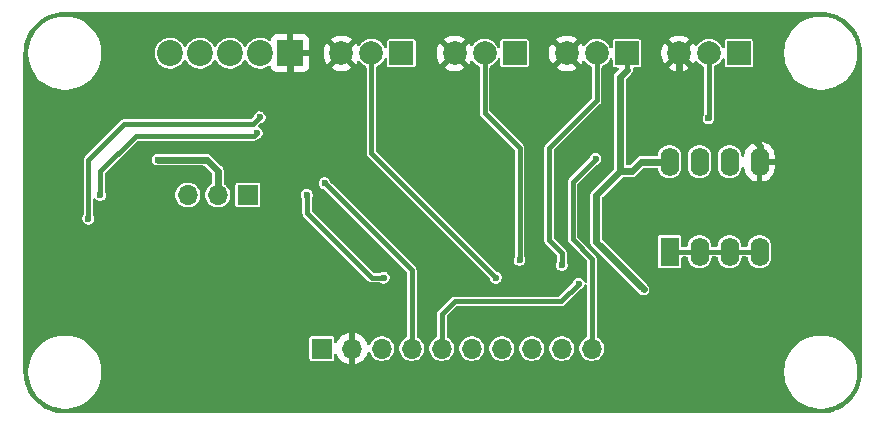
<source format=gbr>
%TF.GenerationSoftware,KiCad,Pcbnew,9.0.4*%
%TF.CreationDate,2025-09-26T20:26:33+07:00*%
%TF.ProjectId,ADS115ext,41445331-3135-4657-9874-2e6b69636164,rev?*%
%TF.SameCoordinates,Original*%
%TF.FileFunction,Copper,L2,Bot*%
%TF.FilePolarity,Positive*%
%FSLAX46Y46*%
G04 Gerber Fmt 4.6, Leading zero omitted, Abs format (unit mm)*
G04 Created by KiCad (PCBNEW 9.0.4) date 2025-09-26 20:26:33*
%MOMM*%
%LPD*%
G01*
G04 APERTURE LIST*
%TA.AperFunction,ComponentPad*%
%ADD10R,2.000000X2.000000*%
%TD*%
%TA.AperFunction,ComponentPad*%
%ADD11C,2.000000*%
%TD*%
%TA.AperFunction,ComponentPad*%
%ADD12R,2.200000X2.200000*%
%TD*%
%TA.AperFunction,ComponentPad*%
%ADD13C,2.200000*%
%TD*%
%TA.AperFunction,ComponentPad*%
%ADD14R,1.700000X1.700000*%
%TD*%
%TA.AperFunction,ComponentPad*%
%ADD15O,1.700000X1.700000*%
%TD*%
%TA.AperFunction,ComponentPad*%
%ADD16R,1.600000X2.400000*%
%TD*%
%TA.AperFunction,ComponentPad*%
%ADD17O,1.600000X2.400000*%
%TD*%
%TA.AperFunction,ViaPad*%
%ADD18C,0.600000*%
%TD*%
%TA.AperFunction,Conductor*%
%ADD19C,0.600000*%
%TD*%
%TA.AperFunction,Conductor*%
%ADD20C,0.400000*%
%TD*%
%TA.AperFunction,Conductor*%
%ADD21C,0.200000*%
%TD*%
G04 APERTURE END LIST*
D10*
%TO.P,G A0 VDD,1,Pin_1*%
%TO.N,/VDD*%
X160500000Y-80000000D03*
D11*
%TO.P,G A0 VDD,2,Pin_2*%
%TO.N,/A0*%
X157960000Y-80000000D03*
%TO.P,G A0 VDD,3,Pin_3*%
%TO.N,GND*%
X155420000Y-80000000D03*
%TD*%
D12*
%TO.P,5V 3.3V SCL SDA GND,1,Pin_1*%
%TO.N,GND*%
X151080000Y-80000000D03*
D13*
%TO.P,5V 3.3V SCL SDA GND,2,Pin_2*%
%TO.N,/SDA*%
X148540000Y-80000000D03*
%TO.P,5V 3.3V SCL SDA GND,3,Pin_3*%
%TO.N,/SCL*%
X146000000Y-80000000D03*
%TO.P,5V 3.3V SCL SDA GND,4,Pin_4*%
%TO.N,+3.3V*%
X143460000Y-80000000D03*
%TO.P,5V 3.3V SCL SDA GND,5,Pin_5*%
%TO.N,+5V*%
X140920000Y-80000000D03*
%TD*%
D14*
%TO.P,VDD,1,Pin_1*%
%TO.N,/VDD*%
X153760000Y-105000000D03*
D15*
%TO.P,VDD,2,Pin_2*%
%TO.N,GND*%
X156300000Y-105000000D03*
%TO.P,VDD,3,Pin_3*%
%TO.N,/SCL*%
X158840000Y-105000000D03*
%TO.P,VDD,4,Pin_4*%
%TO.N,/SDA*%
X161380000Y-105000000D03*
%TO.P,VDD,5,Pin_5*%
%TO.N,/ADDR*%
X163920000Y-105000000D03*
%TO.P,VDD,6,Pin_6*%
%TO.N,/ALRT*%
X166460000Y-105000000D03*
%TO.P,VDD,7,Pin_7*%
%TO.N,/A0*%
X169000000Y-105000000D03*
%TO.P,VDD,8,Pin_8*%
%TO.N,/A1*%
X171540000Y-105000000D03*
%TO.P,VDD,9,Pin_9*%
%TO.N,/A2*%
X174080000Y-105000000D03*
%TO.P,VDD,10,Pin_10*%
%TO.N,/A3*%
X176620000Y-105000000D03*
%TD*%
D16*
%TO.P,SW1,1*%
%TO.N,/ADDR*%
X183200000Y-96800000D03*
D17*
%TO.P,SW1,2*%
X185740000Y-96800000D03*
%TO.P,SW1,3*%
X188280000Y-96800000D03*
%TO.P,SW1,4*%
X190820000Y-96800000D03*
%TO.P,SW1,5*%
%TO.N,GND*%
X190820000Y-89180000D03*
%TO.P,SW1,6*%
%TO.N,/SDA*%
X188280000Y-89180000D03*
%TO.P,SW1,7*%
%TO.N,/SCL*%
X185740000Y-89180000D03*
%TO.P,SW1,8*%
%TO.N,/VDD*%
X183200000Y-89180000D03*
%TD*%
D10*
%TO.P,G A3 VDD,1,Pin_1*%
%TO.N,/VDD*%
X189080000Y-80000000D03*
D11*
%TO.P,G A3 VDD,2,Pin_2*%
%TO.N,/A3*%
X186540000Y-80000000D03*
%TO.P,G A3 VDD,3,Pin_3*%
%TO.N,GND*%
X184000000Y-80000000D03*
%TD*%
D10*
%TO.P,G A2 VDD,1,Pin_1*%
%TO.N,/VDD*%
X179580000Y-80000000D03*
D11*
%TO.P,G A2 VDD,2,Pin_2*%
%TO.N,/A2*%
X177040000Y-80000000D03*
%TO.P,G A2 VDD,3,Pin_3*%
%TO.N,GND*%
X174500000Y-80000000D03*
%TD*%
D10*
%TO.P,G A1 VDD,1,Pin_1*%
%TO.N,/VDD*%
X170080000Y-80000000D03*
D11*
%TO.P,G A1 VDD,2,Pin_2*%
%TO.N,/A1*%
X167540000Y-80000000D03*
%TO.P,G A1 VDD,3,Pin_3*%
%TO.N,GND*%
X165000000Y-80000000D03*
%TD*%
D14*
%TO.P,J8,1,Pin_1*%
%TO.N,+3.3V*%
X147500000Y-92000000D03*
D15*
%TO.P,J8,2,Pin_2*%
%TO.N,/VDD*%
X144960000Y-92000000D03*
%TO.P,J8,3,Pin_3*%
%TO.N,+5V*%
X142420000Y-92000000D03*
%TD*%
D18*
%TO.N,/VDD*%
X181000000Y-100000000D03*
X139850000Y-89000000D03*
%TO.N,GND*%
X152000000Y-87500000D03*
X151000000Y-99000000D03*
X134000000Y-84000000D03*
%TO.N,/A2*%
X174080000Y-97920000D03*
%TO.N,/SDA*%
X154000000Y-91000000D03*
X134000000Y-94000000D03*
X148500000Y-85424264D03*
%TO.N,/ADDR*%
X175500000Y-99500000D03*
%TO.N,/A0*%
X168500000Y-99000000D03*
%TO.N,/A3*%
X176940000Y-88940000D03*
X186500000Y-85500000D03*
%TO.N,/SCL*%
X159000000Y-99000000D03*
X148250000Y-86750000D03*
X152500000Y-92000000D03*
X135000000Y-92000000D03*
%TO.N,/A1*%
X170500000Y-97500000D03*
%TD*%
D19*
%TO.N,/VDD*%
X177000000Y-96000000D02*
X181000000Y-100000000D01*
X177000000Y-92000000D02*
X177000000Y-96000000D01*
X179000000Y-82000000D02*
X179580000Y-81420000D01*
X179000000Y-90000000D02*
X177000000Y-92000000D01*
X144960000Y-89960000D02*
X144960000Y-92000000D01*
X139850000Y-89000000D02*
X144000000Y-89000000D01*
X179000000Y-90000000D02*
X179000000Y-82000000D01*
X179000000Y-90000000D02*
X180000000Y-90000000D01*
D20*
X179580000Y-81420000D02*
X179580000Y-80000000D01*
D19*
X180820000Y-89180000D02*
X183200000Y-89180000D01*
X144000000Y-89000000D02*
X144960000Y-89960000D01*
X180000000Y-90000000D02*
X180820000Y-89180000D01*
%TO.N,GND*%
X134000000Y-84000000D02*
X150000000Y-84000000D01*
X184000000Y-86000000D02*
X184000000Y-85000000D01*
X190820000Y-87820000D02*
X190000000Y-87000000D01*
X151000000Y-88500000D02*
X152000000Y-87500000D01*
X150000000Y-84000000D02*
X151080000Y-82920000D01*
X190000000Y-87000000D02*
X185000000Y-87000000D01*
X190820000Y-89180000D02*
X190820000Y-87820000D01*
X151000000Y-99000000D02*
X151000000Y-88500000D01*
X185000000Y-87000000D02*
X184000000Y-86000000D01*
X184000000Y-80000000D02*
X184000000Y-85000000D01*
X151080000Y-82920000D02*
X151080000Y-80000000D01*
D20*
%TO.N,/A2*%
X173000000Y-88000000D02*
X177040000Y-83960000D01*
X173000000Y-95840000D02*
X173000000Y-88000000D01*
X174080000Y-96920000D02*
X173000000Y-95840000D01*
X174080000Y-97920000D02*
X174080000Y-96920000D01*
X177040000Y-83960000D02*
X177040000Y-80000000D01*
%TO.N,/SDA*%
X154000000Y-91000000D02*
X161380000Y-98380000D01*
X148500000Y-85424264D02*
X147924264Y-86000000D01*
X137000000Y-86000000D02*
X134000000Y-89000000D01*
X134000000Y-89000000D02*
X134000000Y-94000000D01*
X161380000Y-98380000D02*
X161380000Y-105000000D01*
X147924264Y-86000000D02*
X137000000Y-86000000D01*
%TO.N,/ADDR*%
X174000000Y-101000000D02*
X165000000Y-101000000D01*
X190820000Y-96800000D02*
X183200000Y-96800000D01*
X165000000Y-101000000D02*
X163920000Y-102080000D01*
X163920000Y-102080000D02*
X163920000Y-105000000D01*
X175500000Y-99500000D02*
X174000000Y-101000000D01*
%TO.N,/A0*%
X157960000Y-88460000D02*
X157960000Y-80000000D01*
X168500000Y-99000000D02*
X157960000Y-88460000D01*
%TO.N,/A3*%
X176940000Y-88940000D02*
X175000000Y-90880000D01*
X175000000Y-90880000D02*
X175000000Y-95760000D01*
X186540000Y-85460000D02*
X186540000Y-80000000D01*
D21*
X186500000Y-85500000D02*
X186540000Y-85460000D01*
D20*
X176620000Y-97380000D02*
X176620000Y-105000000D01*
X175000000Y-95760000D02*
X176620000Y-97380000D01*
%TO.N,/SCL*%
X138000000Y-87000000D02*
X135000000Y-90000000D01*
X148250000Y-86750000D02*
X148000000Y-87000000D01*
X152500000Y-93500000D02*
X158000000Y-99000000D01*
X158000000Y-99000000D02*
X159000000Y-99000000D01*
X148000000Y-87000000D02*
X138000000Y-87000000D01*
X135000000Y-90000000D02*
X135000000Y-92000000D01*
X152500000Y-92000000D02*
X152500000Y-93500000D01*
%TO.N,/A1*%
X170500000Y-97500000D02*
X170500000Y-88000000D01*
X170500000Y-88000000D02*
X167540000Y-85040000D01*
X167540000Y-85040000D02*
X167540000Y-80000000D01*
%TD*%
%TA.AperFunction,Conductor*%
%TO.N,GND*%
G36*
X196003032Y-76500648D02*
G01*
X196336929Y-76517052D01*
X196349037Y-76518245D01*
X196452146Y-76533539D01*
X196676699Y-76566849D01*
X196688617Y-76569219D01*
X197009951Y-76649709D01*
X197021588Y-76653240D01*
X197092806Y-76678722D01*
X197333467Y-76764832D01*
X197344688Y-76769479D01*
X197644163Y-76911120D01*
X197654871Y-76916844D01*
X197938988Y-77087137D01*
X197949106Y-77093897D01*
X198215170Y-77291224D01*
X198224576Y-77298944D01*
X198470013Y-77521395D01*
X198478604Y-77529986D01*
X198618636Y-77684487D01*
X198701055Y-77775423D01*
X198708775Y-77784829D01*
X198906102Y-78050893D01*
X198912862Y-78061011D01*
X199041776Y-78276092D01*
X199083148Y-78345116D01*
X199088885Y-78355848D01*
X199230514Y-78655297D01*
X199235170Y-78666540D01*
X199346759Y-78978411D01*
X199350292Y-78990055D01*
X199430777Y-79311369D01*
X199433151Y-79323305D01*
X199481754Y-79650962D01*
X199482947Y-79663071D01*
X199499351Y-79996966D01*
X199499500Y-80003051D01*
X199499500Y-106996948D01*
X199499351Y-107003033D01*
X199482947Y-107336928D01*
X199481754Y-107349037D01*
X199433151Y-107676694D01*
X199430777Y-107688630D01*
X199350292Y-108009944D01*
X199346759Y-108021588D01*
X199235170Y-108333459D01*
X199230514Y-108344702D01*
X199088885Y-108644151D01*
X199083148Y-108654883D01*
X198912862Y-108938988D01*
X198906102Y-108949106D01*
X198708775Y-109215170D01*
X198701055Y-109224576D01*
X198478611Y-109470006D01*
X198470006Y-109478611D01*
X198224576Y-109701055D01*
X198215170Y-109708775D01*
X197949106Y-109906102D01*
X197938988Y-109912862D01*
X197654883Y-110083148D01*
X197644151Y-110088885D01*
X197344702Y-110230514D01*
X197333459Y-110235170D01*
X197021588Y-110346759D01*
X197009944Y-110350292D01*
X196688630Y-110430777D01*
X196676694Y-110433151D01*
X196349037Y-110481754D01*
X196336928Y-110482947D01*
X196021989Y-110498419D01*
X196003031Y-110499351D01*
X195996949Y-110499500D01*
X132003051Y-110499500D01*
X131996968Y-110499351D01*
X131976900Y-110498365D01*
X131663071Y-110482947D01*
X131650962Y-110481754D01*
X131323305Y-110433151D01*
X131311369Y-110430777D01*
X130990055Y-110350292D01*
X130978411Y-110346759D01*
X130666540Y-110235170D01*
X130655301Y-110230515D01*
X130355844Y-110088883D01*
X130345121Y-110083150D01*
X130061011Y-109912862D01*
X130050893Y-109906102D01*
X129784829Y-109708775D01*
X129775423Y-109701055D01*
X129736475Y-109665755D01*
X129529986Y-109478604D01*
X129521395Y-109470013D01*
X129298944Y-109224576D01*
X129291224Y-109215170D01*
X129093897Y-108949106D01*
X129087137Y-108938988D01*
X128916844Y-108654871D01*
X128911120Y-108644163D01*
X128769479Y-108344688D01*
X128764829Y-108333459D01*
X128653240Y-108021588D01*
X128649707Y-108009944D01*
X128612069Y-107859684D01*
X128569219Y-107688617D01*
X128566848Y-107676694D01*
X128566576Y-107674862D01*
X128518245Y-107349037D01*
X128517052Y-107336927D01*
X128500649Y-107003032D01*
X128500500Y-106996948D01*
X128500500Y-106825875D01*
X128899500Y-106825875D01*
X128899500Y-107174124D01*
X128938489Y-107520158D01*
X128938491Y-107520170D01*
X129015982Y-107859684D01*
X129015985Y-107859692D01*
X129130999Y-108188382D01*
X129282092Y-108502130D01*
X129467371Y-108796999D01*
X129467372Y-108797001D01*
X129684487Y-109069256D01*
X129930743Y-109315512D01*
X130202998Y-109532627D01*
X130203001Y-109532628D01*
X130203003Y-109532630D01*
X130497867Y-109717906D01*
X130811621Y-109869002D01*
X131058488Y-109955384D01*
X131140307Y-109984014D01*
X131140315Y-109984017D01*
X131140318Y-109984017D01*
X131140319Y-109984018D01*
X131479829Y-110061509D01*
X131825876Y-110100499D01*
X131825877Y-110100500D01*
X131825880Y-110100500D01*
X132174123Y-110100500D01*
X132174123Y-110100499D01*
X132520171Y-110061509D01*
X132859681Y-109984018D01*
X133188379Y-109869002D01*
X133502133Y-109717906D01*
X133796997Y-109532630D01*
X133869865Y-109474520D01*
X134069256Y-109315512D01*
X134069258Y-109315509D01*
X134069263Y-109315506D01*
X134315506Y-109069263D01*
X134419397Y-108938988D01*
X134532627Y-108797001D01*
X134532628Y-108796999D01*
X134532630Y-108796997D01*
X134717906Y-108502133D01*
X134869002Y-108188379D01*
X134984018Y-107859681D01*
X135061509Y-107520171D01*
X135100500Y-107174120D01*
X135100500Y-106825880D01*
X135100499Y-106825875D01*
X192899500Y-106825875D01*
X192899500Y-107174124D01*
X192938489Y-107520158D01*
X192938491Y-107520170D01*
X193015982Y-107859684D01*
X193015985Y-107859692D01*
X193130999Y-108188382D01*
X193282092Y-108502130D01*
X193467371Y-108796999D01*
X193467372Y-108797001D01*
X193684487Y-109069256D01*
X193930743Y-109315512D01*
X194202998Y-109532627D01*
X194203001Y-109532628D01*
X194203003Y-109532630D01*
X194497867Y-109717906D01*
X194811621Y-109869002D01*
X195058488Y-109955384D01*
X195140307Y-109984014D01*
X195140315Y-109984017D01*
X195140318Y-109984017D01*
X195140319Y-109984018D01*
X195479829Y-110061509D01*
X195825876Y-110100499D01*
X195825877Y-110100500D01*
X195825880Y-110100500D01*
X196174123Y-110100500D01*
X196174123Y-110100499D01*
X196520171Y-110061509D01*
X196859681Y-109984018D01*
X197188379Y-109869002D01*
X197502133Y-109717906D01*
X197796997Y-109532630D01*
X197869865Y-109474520D01*
X198069256Y-109315512D01*
X198069258Y-109315509D01*
X198069263Y-109315506D01*
X198315506Y-109069263D01*
X198419397Y-108938988D01*
X198532627Y-108797001D01*
X198532628Y-108796999D01*
X198532630Y-108796997D01*
X198717906Y-108502133D01*
X198869002Y-108188379D01*
X198984018Y-107859681D01*
X199061509Y-107520171D01*
X199100500Y-107174120D01*
X199100500Y-106825880D01*
X199061509Y-106479829D01*
X198984018Y-106140319D01*
X198869002Y-105811621D01*
X198717906Y-105497867D01*
X198532630Y-105203003D01*
X198532628Y-105203000D01*
X198532627Y-105202998D01*
X198315512Y-104930743D01*
X198069256Y-104684487D01*
X197797001Y-104467372D01*
X197796999Y-104467371D01*
X197502130Y-104282092D01*
X197188382Y-104130999D01*
X196859692Y-104015985D01*
X196859684Y-104015982D01*
X196605048Y-103957863D01*
X196520171Y-103938491D01*
X196520167Y-103938490D01*
X196520158Y-103938489D01*
X196174124Y-103899500D01*
X196174120Y-103899500D01*
X195825880Y-103899500D01*
X195825875Y-103899500D01*
X195479841Y-103938489D01*
X195479829Y-103938491D01*
X195140315Y-104015982D01*
X195140307Y-104015985D01*
X194811617Y-104130999D01*
X194497869Y-104282092D01*
X194203000Y-104467371D01*
X194202998Y-104467372D01*
X193930743Y-104684487D01*
X193684487Y-104930743D01*
X193467372Y-105202998D01*
X193467371Y-105203000D01*
X193282092Y-105497869D01*
X193130999Y-105811617D01*
X193015985Y-106140307D01*
X193015982Y-106140315D01*
X192938491Y-106479829D01*
X192938489Y-106479841D01*
X192899500Y-106825875D01*
X135100499Y-106825875D01*
X135061509Y-106479829D01*
X134984018Y-106140319D01*
X134869002Y-105811621D01*
X134717906Y-105497867D01*
X134532630Y-105203003D01*
X134532628Y-105203000D01*
X134532627Y-105202998D01*
X134315512Y-104930743D01*
X134069256Y-104684487D01*
X133797001Y-104467372D01*
X133796999Y-104467371D01*
X133502130Y-104282092D01*
X133406169Y-104235880D01*
X133188382Y-104130999D01*
X133186233Y-104130247D01*
X152709500Y-104130247D01*
X152709500Y-105869752D01*
X152721131Y-105928229D01*
X152721132Y-105928230D01*
X152765447Y-105994552D01*
X152831769Y-106038867D01*
X152831770Y-106038868D01*
X152890247Y-106050499D01*
X152890250Y-106050500D01*
X152890252Y-106050500D01*
X154629750Y-106050500D01*
X154629751Y-106050499D01*
X154644568Y-106047552D01*
X154688229Y-106038868D01*
X154688229Y-106038867D01*
X154688231Y-106038867D01*
X154754552Y-105994552D01*
X154798867Y-105928231D01*
X154798867Y-105928229D01*
X154798868Y-105928229D01*
X154810499Y-105869752D01*
X154810500Y-105869750D01*
X154810500Y-105566048D01*
X154830185Y-105499009D01*
X154882989Y-105453254D01*
X154952147Y-105443310D01*
X155015703Y-105472335D01*
X155045938Y-105514264D01*
X155046694Y-105513879D01*
X155145379Y-105707557D01*
X155270272Y-105879459D01*
X155270276Y-105879464D01*
X155420535Y-106029723D01*
X155420540Y-106029727D01*
X155592442Y-106154620D01*
X155781782Y-106251095D01*
X155983871Y-106316757D01*
X156050000Y-106327231D01*
X156050000Y-105433012D01*
X156107007Y-105465925D01*
X156234174Y-105500000D01*
X156365826Y-105500000D01*
X156492993Y-105465925D01*
X156550000Y-105433012D01*
X156550000Y-106327230D01*
X156616126Y-106316757D01*
X156616129Y-106316757D01*
X156818217Y-106251095D01*
X157007557Y-106154620D01*
X157179459Y-106029727D01*
X157179464Y-106029723D01*
X157329723Y-105879464D01*
X157329727Y-105879459D01*
X157454620Y-105707557D01*
X157551095Y-105518217D01*
X157608343Y-105342026D01*
X157647780Y-105284351D01*
X157712139Y-105257152D01*
X157780985Y-105269066D01*
X157832461Y-105316310D01*
X157840835Y-105332891D01*
X157909058Y-105497596D01*
X158024024Y-105669657D01*
X158170342Y-105815975D01*
X158170345Y-105815977D01*
X158342402Y-105930941D01*
X158533580Y-106010130D01*
X158678052Y-106038867D01*
X158736530Y-106050499D01*
X158736534Y-106050500D01*
X158736535Y-106050500D01*
X158943466Y-106050500D01*
X158943467Y-106050499D01*
X159146420Y-106010130D01*
X159337598Y-105930941D01*
X159509655Y-105815977D01*
X159655977Y-105669655D01*
X159770941Y-105497598D01*
X159850130Y-105306420D01*
X159890500Y-105103465D01*
X159890500Y-104896535D01*
X159850130Y-104693580D01*
X159770941Y-104502402D01*
X159655977Y-104330345D01*
X159655975Y-104330342D01*
X159509657Y-104184024D01*
X159341655Y-104071770D01*
X159337598Y-104069059D01*
X159146420Y-103989870D01*
X159146412Y-103989868D01*
X158943469Y-103949500D01*
X158943465Y-103949500D01*
X158736535Y-103949500D01*
X158736530Y-103949500D01*
X158533587Y-103989868D01*
X158533579Y-103989870D01*
X158342403Y-104069058D01*
X158170342Y-104184024D01*
X158024024Y-104330342D01*
X157909057Y-104502403D01*
X157840835Y-104667108D01*
X157796994Y-104721511D01*
X157730700Y-104743576D01*
X157663000Y-104726297D01*
X157615390Y-104675159D01*
X157608343Y-104657973D01*
X157551095Y-104481782D01*
X157454620Y-104292442D01*
X157329727Y-104120540D01*
X157329723Y-104120535D01*
X157179464Y-103970276D01*
X157179459Y-103970272D01*
X157007557Y-103845379D01*
X156818215Y-103748903D01*
X156616124Y-103683241D01*
X156550000Y-103672768D01*
X156550000Y-104566988D01*
X156492993Y-104534075D01*
X156365826Y-104500000D01*
X156234174Y-104500000D01*
X156107007Y-104534075D01*
X156050000Y-104566988D01*
X156050000Y-103672768D01*
X156049999Y-103672768D01*
X155983875Y-103683241D01*
X155781784Y-103748903D01*
X155592442Y-103845379D01*
X155420540Y-103970272D01*
X155420535Y-103970276D01*
X155270276Y-104120535D01*
X155270272Y-104120540D01*
X155145379Y-104292442D01*
X155046694Y-104486121D01*
X155045678Y-104485603D01*
X155005212Y-104535813D01*
X154938916Y-104557872D01*
X154871218Y-104540588D01*
X154823612Y-104489447D01*
X154810500Y-104433951D01*
X154810500Y-104130249D01*
X154810499Y-104130247D01*
X154798868Y-104071770D01*
X154798867Y-104071769D01*
X154754552Y-104005447D01*
X154688230Y-103961132D01*
X154688229Y-103961131D01*
X154629752Y-103949500D01*
X154629748Y-103949500D01*
X152890252Y-103949500D01*
X152890247Y-103949500D01*
X152831770Y-103961131D01*
X152831769Y-103961132D01*
X152765447Y-104005447D01*
X152721132Y-104071769D01*
X152721131Y-104071770D01*
X152709500Y-104130247D01*
X133186233Y-104130247D01*
X132859692Y-104015985D01*
X132859684Y-104015982D01*
X132605048Y-103957863D01*
X132520171Y-103938491D01*
X132520167Y-103938490D01*
X132520158Y-103938489D01*
X132174124Y-103899500D01*
X132174120Y-103899500D01*
X131825880Y-103899500D01*
X131825875Y-103899500D01*
X131479841Y-103938489D01*
X131479829Y-103938491D01*
X131140315Y-104015982D01*
X131140307Y-104015985D01*
X130811617Y-104130999D01*
X130497869Y-104282092D01*
X130203000Y-104467371D01*
X130202998Y-104467372D01*
X129930743Y-104684487D01*
X129684487Y-104930743D01*
X129467372Y-105202998D01*
X129467371Y-105203000D01*
X129282092Y-105497869D01*
X129130999Y-105811617D01*
X129015985Y-106140307D01*
X129015982Y-106140315D01*
X128938491Y-106479829D01*
X128938489Y-106479841D01*
X128899500Y-106825875D01*
X128500500Y-106825875D01*
X128500500Y-93934108D01*
X133499500Y-93934108D01*
X133499500Y-94065891D01*
X133533608Y-94193187D01*
X133566554Y-94250250D01*
X133599500Y-94307314D01*
X133692686Y-94400500D01*
X133806814Y-94466392D01*
X133934108Y-94500500D01*
X133934110Y-94500500D01*
X134065890Y-94500500D01*
X134065892Y-94500500D01*
X134193186Y-94466392D01*
X134307314Y-94400500D01*
X134400500Y-94307314D01*
X134466392Y-94193186D01*
X134500500Y-94065892D01*
X134500500Y-93934108D01*
X134466392Y-93806814D01*
X134417113Y-93721460D01*
X134400500Y-93659460D01*
X134400500Y-92407676D01*
X134420185Y-92340637D01*
X134472989Y-92294882D01*
X134542147Y-92284938D01*
X134605703Y-92313963D01*
X134612181Y-92319995D01*
X134692686Y-92400500D01*
X134806814Y-92466392D01*
X134934108Y-92500500D01*
X134934110Y-92500500D01*
X135065890Y-92500500D01*
X135065892Y-92500500D01*
X135193186Y-92466392D01*
X135307314Y-92400500D01*
X135400500Y-92307314D01*
X135466392Y-92193186D01*
X135500500Y-92065892D01*
X135500500Y-91934108D01*
X135490431Y-91896530D01*
X141369500Y-91896530D01*
X141369500Y-92103469D01*
X141409868Y-92306412D01*
X141409870Y-92306420D01*
X141476132Y-92466391D01*
X141489059Y-92497598D01*
X141490998Y-92500500D01*
X141604024Y-92669657D01*
X141750342Y-92815975D01*
X141750345Y-92815977D01*
X141922402Y-92930941D01*
X142113580Y-93010130D01*
X142258052Y-93038867D01*
X142316530Y-93050499D01*
X142316534Y-93050500D01*
X142316535Y-93050500D01*
X142523466Y-93050500D01*
X142523467Y-93050499D01*
X142726420Y-93010130D01*
X142917598Y-92930941D01*
X143089655Y-92815977D01*
X143235977Y-92669655D01*
X143350941Y-92497598D01*
X143430130Y-92306420D01*
X143470500Y-92103465D01*
X143470500Y-91896535D01*
X143430130Y-91693580D01*
X143350941Y-91502402D01*
X143235977Y-91330345D01*
X143235975Y-91330342D01*
X143089657Y-91184024D01*
X142959795Y-91097254D01*
X142917598Y-91069059D01*
X142909952Y-91065892D01*
X142726420Y-90989870D01*
X142726412Y-90989868D01*
X142523469Y-90949500D01*
X142523465Y-90949500D01*
X142316535Y-90949500D01*
X142316530Y-90949500D01*
X142113587Y-90989868D01*
X142113579Y-90989870D01*
X141922403Y-91069058D01*
X141750342Y-91184024D01*
X141604024Y-91330342D01*
X141489058Y-91502403D01*
X141409870Y-91693579D01*
X141409868Y-91693587D01*
X141369500Y-91896530D01*
X135490431Y-91896530D01*
X135466392Y-91806814D01*
X135412701Y-91713820D01*
X135409417Y-91705633D01*
X135407480Y-91685510D01*
X135400500Y-91659460D01*
X135400500Y-90217254D01*
X135420185Y-90150215D01*
X135436819Y-90129573D01*
X136632284Y-88934108D01*
X139349500Y-88934108D01*
X139349500Y-89065891D01*
X139383608Y-89193187D01*
X139406399Y-89232661D01*
X139449500Y-89307314D01*
X139542686Y-89400500D01*
X139641521Y-89457563D01*
X139652660Y-89463994D01*
X139656814Y-89466392D01*
X139784108Y-89500500D01*
X143741324Y-89500500D01*
X143808363Y-89520185D01*
X143829005Y-89536819D01*
X144423181Y-90130995D01*
X144456666Y-90192318D01*
X144459500Y-90218676D01*
X144459500Y-91004718D01*
X144439815Y-91071757D01*
X144404390Y-91107820D01*
X144290349Y-91184019D01*
X144290341Y-91184025D01*
X144144024Y-91330342D01*
X144029058Y-91502403D01*
X143949870Y-91693579D01*
X143949868Y-91693587D01*
X143909500Y-91896530D01*
X143909500Y-92103469D01*
X143949868Y-92306412D01*
X143949870Y-92306420D01*
X144016132Y-92466391D01*
X144029059Y-92497598D01*
X144030998Y-92500500D01*
X144144024Y-92669657D01*
X144290342Y-92815975D01*
X144290345Y-92815977D01*
X144462402Y-92930941D01*
X144653580Y-93010130D01*
X144798052Y-93038867D01*
X144856530Y-93050499D01*
X144856534Y-93050500D01*
X144856535Y-93050500D01*
X145063466Y-93050500D01*
X145063467Y-93050499D01*
X145266420Y-93010130D01*
X145457598Y-92930941D01*
X145629655Y-92815977D01*
X145775977Y-92669655D01*
X145890941Y-92497598D01*
X145970130Y-92306420D01*
X146010500Y-92103465D01*
X146010500Y-91896535D01*
X145970130Y-91693580D01*
X145890941Y-91502402D01*
X145775977Y-91330345D01*
X145775975Y-91330342D01*
X145663890Y-91218257D01*
X145663886Y-91218254D01*
X145629655Y-91184023D01*
X145549174Y-91130247D01*
X146449500Y-91130247D01*
X146449500Y-92869752D01*
X146461131Y-92928229D01*
X146461132Y-92928230D01*
X146505447Y-92994552D01*
X146571769Y-93038867D01*
X146571770Y-93038868D01*
X146630247Y-93050499D01*
X146630250Y-93050500D01*
X146630252Y-93050500D01*
X148369750Y-93050500D01*
X148369751Y-93050499D01*
X148384568Y-93047552D01*
X148428229Y-93038868D01*
X148428229Y-93038867D01*
X148428231Y-93038867D01*
X148494552Y-92994552D01*
X148538867Y-92928231D01*
X148538867Y-92928229D01*
X148538868Y-92928229D01*
X148550499Y-92869752D01*
X148550500Y-92869750D01*
X148550500Y-91934108D01*
X151999500Y-91934108D01*
X151999500Y-92065892D01*
X152033608Y-92193186D01*
X152082887Y-92278540D01*
X152099500Y-92340539D01*
X152099500Y-93552726D01*
X152126793Y-93654589D01*
X152148789Y-93692686D01*
X152179520Y-93745913D01*
X152179521Y-93745914D01*
X152179522Y-93745915D01*
X157675179Y-99241571D01*
X157675189Y-99241582D01*
X157679519Y-99245912D01*
X157679520Y-99245913D01*
X157754087Y-99320480D01*
X157845413Y-99373207D01*
X157947273Y-99400501D01*
X157947275Y-99400501D01*
X158060323Y-99400501D01*
X158060339Y-99400500D01*
X158659460Y-99400500D01*
X158721460Y-99417113D01*
X158765141Y-99442332D01*
X158806814Y-99466392D01*
X158934108Y-99500500D01*
X158934110Y-99500500D01*
X159065890Y-99500500D01*
X159065892Y-99500500D01*
X159193186Y-99466392D01*
X159307314Y-99400500D01*
X159400500Y-99307314D01*
X159466392Y-99193186D01*
X159500500Y-99065892D01*
X159500500Y-98934108D01*
X159466392Y-98806814D01*
X159400500Y-98692686D01*
X159307314Y-98599500D01*
X159244408Y-98563181D01*
X159193187Y-98533608D01*
X159097984Y-98508099D01*
X159065892Y-98499500D01*
X158934108Y-98499500D01*
X158806814Y-98533608D01*
X158806813Y-98533608D01*
X158806811Y-98533609D01*
X158806810Y-98533609D01*
X158721460Y-98582887D01*
X158659460Y-98599500D01*
X158217254Y-98599500D01*
X158150215Y-98579815D01*
X158129573Y-98563181D01*
X152936819Y-93370426D01*
X152903334Y-93309103D01*
X152900500Y-93282745D01*
X152900500Y-92340539D01*
X152917112Y-92278540D01*
X152966392Y-92193186D01*
X153000500Y-92065892D01*
X153000500Y-91934108D01*
X152966392Y-91806814D01*
X152900500Y-91692686D01*
X152807314Y-91599500D01*
X152750250Y-91566554D01*
X152693187Y-91533608D01*
X152629539Y-91516554D01*
X152565892Y-91499500D01*
X152434108Y-91499500D01*
X152306812Y-91533608D01*
X152192686Y-91599500D01*
X152192683Y-91599502D01*
X152099502Y-91692683D01*
X152099500Y-91692686D01*
X152033608Y-91806812D01*
X152000677Y-91929717D01*
X151999500Y-91934108D01*
X148550500Y-91934108D01*
X148550500Y-91130249D01*
X148550499Y-91130247D01*
X148538868Y-91071770D01*
X148538867Y-91071769D01*
X148494552Y-91005447D01*
X148428230Y-90961132D01*
X148428229Y-90961131D01*
X148369752Y-90949500D01*
X148369748Y-90949500D01*
X146630252Y-90949500D01*
X146630247Y-90949500D01*
X146571770Y-90961131D01*
X146571769Y-90961132D01*
X146505447Y-91005447D01*
X146461132Y-91071769D01*
X146461131Y-91071770D01*
X146449500Y-91130247D01*
X145549174Y-91130247D01*
X145513028Y-91106095D01*
X145510517Y-91104229D01*
X145491285Y-91078714D01*
X145470804Y-91054208D01*
X145470037Y-91050525D01*
X145468461Y-91048434D01*
X145467821Y-91039881D01*
X145460500Y-91004718D01*
X145460500Y-90934108D01*
X153499500Y-90934108D01*
X153499500Y-91065892D01*
X153516554Y-91129539D01*
X153533608Y-91193187D01*
X153566554Y-91250250D01*
X153599500Y-91307314D01*
X153692686Y-91400500D01*
X153806814Y-91466392D01*
X153902014Y-91491900D01*
X153957600Y-91523993D01*
X160943181Y-98509574D01*
X160976666Y-98570897D01*
X160979500Y-98597255D01*
X160979500Y-103945985D01*
X160959815Y-104013024D01*
X160907011Y-104058779D01*
X160902954Y-104060546D01*
X160882402Y-104069059D01*
X160882395Y-104069062D01*
X160710344Y-104184022D01*
X160564024Y-104330342D01*
X160449058Y-104502403D01*
X160369870Y-104693579D01*
X160369868Y-104693587D01*
X160329500Y-104896530D01*
X160329500Y-105103469D01*
X160369868Y-105306412D01*
X160369870Y-105306420D01*
X160449058Y-105497596D01*
X160564024Y-105669657D01*
X160710342Y-105815975D01*
X160710345Y-105815977D01*
X160882402Y-105930941D01*
X161073580Y-106010130D01*
X161218052Y-106038867D01*
X161276530Y-106050499D01*
X161276534Y-106050500D01*
X161276535Y-106050500D01*
X161483466Y-106050500D01*
X161483467Y-106050499D01*
X161686420Y-106010130D01*
X161877598Y-105930941D01*
X162049655Y-105815977D01*
X162195977Y-105669655D01*
X162310941Y-105497598D01*
X162390130Y-105306420D01*
X162430500Y-105103465D01*
X162430500Y-104896535D01*
X162430499Y-104896530D01*
X162869500Y-104896530D01*
X162869500Y-105103469D01*
X162909868Y-105306412D01*
X162909870Y-105306420D01*
X162989058Y-105497596D01*
X163104024Y-105669657D01*
X163250342Y-105815975D01*
X163250345Y-105815977D01*
X163422402Y-105930941D01*
X163613580Y-106010130D01*
X163758052Y-106038867D01*
X163816530Y-106050499D01*
X163816534Y-106050500D01*
X163816535Y-106050500D01*
X164023466Y-106050500D01*
X164023467Y-106050499D01*
X164226420Y-106010130D01*
X164417598Y-105930941D01*
X164589655Y-105815977D01*
X164735977Y-105669655D01*
X164850941Y-105497598D01*
X164930130Y-105306420D01*
X164970500Y-105103465D01*
X164970500Y-104896535D01*
X164970499Y-104896530D01*
X165409500Y-104896530D01*
X165409500Y-105103469D01*
X165449868Y-105306412D01*
X165449870Y-105306420D01*
X165529058Y-105497596D01*
X165644024Y-105669657D01*
X165790342Y-105815975D01*
X165790345Y-105815977D01*
X165962402Y-105930941D01*
X166153580Y-106010130D01*
X166298052Y-106038867D01*
X166356530Y-106050499D01*
X166356534Y-106050500D01*
X166356535Y-106050500D01*
X166563466Y-106050500D01*
X166563467Y-106050499D01*
X166766420Y-106010130D01*
X166957598Y-105930941D01*
X167129655Y-105815977D01*
X167275977Y-105669655D01*
X167390941Y-105497598D01*
X167470130Y-105306420D01*
X167510500Y-105103465D01*
X167510500Y-104896535D01*
X167510499Y-104896530D01*
X167949500Y-104896530D01*
X167949500Y-105103469D01*
X167989868Y-105306412D01*
X167989870Y-105306420D01*
X168069058Y-105497596D01*
X168184024Y-105669657D01*
X168330342Y-105815975D01*
X168330345Y-105815977D01*
X168502402Y-105930941D01*
X168693580Y-106010130D01*
X168838052Y-106038867D01*
X168896530Y-106050499D01*
X168896534Y-106050500D01*
X168896535Y-106050500D01*
X169103466Y-106050500D01*
X169103467Y-106050499D01*
X169306420Y-106010130D01*
X169497598Y-105930941D01*
X169669655Y-105815977D01*
X169815977Y-105669655D01*
X169930941Y-105497598D01*
X170010130Y-105306420D01*
X170050500Y-105103465D01*
X170050500Y-104896535D01*
X170050499Y-104896530D01*
X170489500Y-104896530D01*
X170489500Y-105103469D01*
X170529868Y-105306412D01*
X170529870Y-105306420D01*
X170609058Y-105497596D01*
X170724024Y-105669657D01*
X170870342Y-105815975D01*
X170870345Y-105815977D01*
X171042402Y-105930941D01*
X171233580Y-106010130D01*
X171378052Y-106038867D01*
X171436530Y-106050499D01*
X171436534Y-106050500D01*
X171436535Y-106050500D01*
X171643466Y-106050500D01*
X171643467Y-106050499D01*
X171846420Y-106010130D01*
X172037598Y-105930941D01*
X172209655Y-105815977D01*
X172355977Y-105669655D01*
X172470941Y-105497598D01*
X172550130Y-105306420D01*
X172590500Y-105103465D01*
X172590500Y-104896535D01*
X172590499Y-104896530D01*
X173029500Y-104896530D01*
X173029500Y-105103469D01*
X173069868Y-105306412D01*
X173069870Y-105306420D01*
X173149058Y-105497596D01*
X173264024Y-105669657D01*
X173410342Y-105815975D01*
X173410345Y-105815977D01*
X173582402Y-105930941D01*
X173773580Y-106010130D01*
X173918052Y-106038867D01*
X173976530Y-106050499D01*
X173976534Y-106050500D01*
X173976535Y-106050500D01*
X174183466Y-106050500D01*
X174183467Y-106050499D01*
X174386420Y-106010130D01*
X174577598Y-105930941D01*
X174749655Y-105815977D01*
X174895977Y-105669655D01*
X175010941Y-105497598D01*
X175090130Y-105306420D01*
X175130500Y-105103465D01*
X175130500Y-104896535D01*
X175090130Y-104693580D01*
X175010941Y-104502402D01*
X174895977Y-104330345D01*
X174895975Y-104330342D01*
X174749657Y-104184024D01*
X174581655Y-104071770D01*
X174577598Y-104069059D01*
X174386420Y-103989870D01*
X174386412Y-103989868D01*
X174183469Y-103949500D01*
X174183465Y-103949500D01*
X173976535Y-103949500D01*
X173976530Y-103949500D01*
X173773587Y-103989868D01*
X173773579Y-103989870D01*
X173582403Y-104069058D01*
X173410342Y-104184024D01*
X173264024Y-104330342D01*
X173149058Y-104502403D01*
X173069870Y-104693579D01*
X173069868Y-104693587D01*
X173029500Y-104896530D01*
X172590499Y-104896530D01*
X172550130Y-104693580D01*
X172470941Y-104502402D01*
X172355977Y-104330345D01*
X172355975Y-104330342D01*
X172209657Y-104184024D01*
X172041655Y-104071770D01*
X172037598Y-104069059D01*
X171846420Y-103989870D01*
X171846412Y-103989868D01*
X171643469Y-103949500D01*
X171643465Y-103949500D01*
X171436535Y-103949500D01*
X171436530Y-103949500D01*
X171233587Y-103989868D01*
X171233579Y-103989870D01*
X171042403Y-104069058D01*
X170870342Y-104184024D01*
X170724024Y-104330342D01*
X170609058Y-104502403D01*
X170529870Y-104693579D01*
X170529868Y-104693587D01*
X170489500Y-104896530D01*
X170050499Y-104896530D01*
X170010130Y-104693580D01*
X169930941Y-104502402D01*
X169815977Y-104330345D01*
X169815975Y-104330342D01*
X169669657Y-104184024D01*
X169501655Y-104071770D01*
X169497598Y-104069059D01*
X169306420Y-103989870D01*
X169306412Y-103989868D01*
X169103469Y-103949500D01*
X169103465Y-103949500D01*
X168896535Y-103949500D01*
X168896530Y-103949500D01*
X168693587Y-103989868D01*
X168693579Y-103989870D01*
X168502403Y-104069058D01*
X168330342Y-104184024D01*
X168184024Y-104330342D01*
X168069058Y-104502403D01*
X167989870Y-104693579D01*
X167989868Y-104693587D01*
X167949500Y-104896530D01*
X167510499Y-104896530D01*
X167470130Y-104693580D01*
X167390941Y-104502402D01*
X167275977Y-104330345D01*
X167275975Y-104330342D01*
X167129657Y-104184024D01*
X166961655Y-104071770D01*
X166957598Y-104069059D01*
X166766420Y-103989870D01*
X166766412Y-103989868D01*
X166563469Y-103949500D01*
X166563465Y-103949500D01*
X166356535Y-103949500D01*
X166356530Y-103949500D01*
X166153587Y-103989868D01*
X166153579Y-103989870D01*
X165962403Y-104069058D01*
X165790342Y-104184024D01*
X165644024Y-104330342D01*
X165529058Y-104502403D01*
X165449870Y-104693579D01*
X165449868Y-104693587D01*
X165409500Y-104896530D01*
X164970499Y-104896530D01*
X164930130Y-104693580D01*
X164850941Y-104502402D01*
X164735977Y-104330345D01*
X164735975Y-104330342D01*
X164589655Y-104184022D01*
X164417604Y-104069062D01*
X164417599Y-104069060D01*
X164417598Y-104069059D01*
X164397045Y-104060545D01*
X164342643Y-104016704D01*
X164320579Y-103950410D01*
X164320500Y-103945985D01*
X164320500Y-102297254D01*
X164340185Y-102230215D01*
X164356819Y-102209573D01*
X165129573Y-101436819D01*
X165190896Y-101403334D01*
X165217254Y-101400500D01*
X174052725Y-101400500D01*
X174052727Y-101400500D01*
X174154588Y-101373207D01*
X174245913Y-101320480D01*
X175542399Y-100023992D01*
X175597986Y-99991900D01*
X175693183Y-99966393D01*
X175693183Y-99966392D01*
X175693186Y-99966392D01*
X175807314Y-99900500D01*
X175900500Y-99807314D01*
X175966392Y-99693186D01*
X175975725Y-99658351D01*
X176012090Y-99598692D01*
X176074937Y-99568163D01*
X176144312Y-99576458D01*
X176198190Y-99620943D01*
X176219465Y-99687495D01*
X176219500Y-99690446D01*
X176219500Y-103945985D01*
X176199815Y-104013024D01*
X176147011Y-104058779D01*
X176142954Y-104060546D01*
X176122402Y-104069059D01*
X176122395Y-104069062D01*
X175950344Y-104184022D01*
X175804024Y-104330342D01*
X175689058Y-104502403D01*
X175609870Y-104693579D01*
X175609868Y-104693587D01*
X175569500Y-104896530D01*
X175569500Y-105103469D01*
X175609868Y-105306412D01*
X175609870Y-105306420D01*
X175689058Y-105497596D01*
X175804024Y-105669657D01*
X175950342Y-105815975D01*
X175950345Y-105815977D01*
X176122402Y-105930941D01*
X176313580Y-106010130D01*
X176458052Y-106038867D01*
X176516530Y-106050499D01*
X176516534Y-106050500D01*
X176516535Y-106050500D01*
X176723466Y-106050500D01*
X176723467Y-106050499D01*
X176926420Y-106010130D01*
X177117598Y-105930941D01*
X177289655Y-105815977D01*
X177435977Y-105669655D01*
X177550941Y-105497598D01*
X177630130Y-105306420D01*
X177670500Y-105103465D01*
X177670500Y-104896535D01*
X177630130Y-104693580D01*
X177550941Y-104502402D01*
X177435977Y-104330345D01*
X177435975Y-104330342D01*
X177289655Y-104184022D01*
X177117604Y-104069062D01*
X177117599Y-104069060D01*
X177117598Y-104069059D01*
X177097045Y-104060545D01*
X177042643Y-104016704D01*
X177020579Y-103950410D01*
X177020500Y-103945985D01*
X177020500Y-97327275D01*
X177020500Y-97327273D01*
X176993207Y-97225413D01*
X176993207Y-97225412D01*
X176940480Y-97134087D01*
X175436819Y-95630426D01*
X175403334Y-95569103D01*
X175400500Y-95542745D01*
X175400500Y-91097254D01*
X175420185Y-91030215D01*
X175436814Y-91009578D01*
X176982399Y-89463992D01*
X177037986Y-89431900D01*
X177133183Y-89406393D01*
X177133183Y-89406392D01*
X177133186Y-89406392D01*
X177247314Y-89340500D01*
X177340500Y-89247314D01*
X177406392Y-89133186D01*
X177440500Y-89005892D01*
X177440500Y-88874108D01*
X177406392Y-88746814D01*
X177340500Y-88632686D01*
X177247314Y-88539500D01*
X177158412Y-88488172D01*
X177133187Y-88473608D01*
X177069539Y-88456554D01*
X177005892Y-88439500D01*
X176874108Y-88439500D01*
X176746812Y-88473608D01*
X176632686Y-88539500D01*
X176632683Y-88539502D01*
X176539502Y-88632683D01*
X176539500Y-88632686D01*
X176473607Y-88746814D01*
X176473607Y-88746815D01*
X176448098Y-88842014D01*
X176416005Y-88897600D01*
X174679522Y-90634084D01*
X174679518Y-90634090D01*
X174626792Y-90725412D01*
X174626793Y-90725413D01*
X174599500Y-90827273D01*
X174599500Y-95812726D01*
X174626793Y-95914589D01*
X174638063Y-95934108D01*
X174679520Y-96005913D01*
X174679522Y-96005915D01*
X176183181Y-97509574D01*
X176216666Y-97570897D01*
X176219500Y-97597255D01*
X176219500Y-99309553D01*
X176199815Y-99376592D01*
X176147011Y-99422347D01*
X176077853Y-99432291D01*
X176014297Y-99403266D01*
X175976523Y-99344488D01*
X175975725Y-99341647D01*
X175966392Y-99306814D01*
X175900500Y-99192686D01*
X175807314Y-99099500D01*
X175708411Y-99042398D01*
X175693187Y-99033608D01*
X175629539Y-99016554D01*
X175565892Y-98999500D01*
X175434108Y-98999500D01*
X175306812Y-99033608D01*
X175192686Y-99099500D01*
X175192683Y-99099502D01*
X175099502Y-99192683D01*
X175099500Y-99192686D01*
X175033607Y-99306814D01*
X175033607Y-99306815D01*
X175008098Y-99402014D01*
X174976005Y-99457600D01*
X173870426Y-100563181D01*
X173809103Y-100596666D01*
X173782745Y-100599500D01*
X165060339Y-100599500D01*
X165060323Y-100599499D01*
X165052727Y-100599499D01*
X164947273Y-100599499D01*
X164879366Y-100617695D01*
X164845412Y-100626793D01*
X164754084Y-100679522D01*
X163599522Y-101834084D01*
X163599518Y-101834090D01*
X163546792Y-101925412D01*
X163546793Y-101925413D01*
X163519500Y-102027273D01*
X163519500Y-103945985D01*
X163499815Y-104013024D01*
X163447011Y-104058779D01*
X163442954Y-104060546D01*
X163422402Y-104069059D01*
X163422395Y-104069062D01*
X163250344Y-104184022D01*
X163104024Y-104330342D01*
X162989058Y-104502403D01*
X162909870Y-104693579D01*
X162909868Y-104693587D01*
X162869500Y-104896530D01*
X162430499Y-104896530D01*
X162390130Y-104693580D01*
X162310941Y-104502402D01*
X162195977Y-104330345D01*
X162195975Y-104330342D01*
X162049655Y-104184022D01*
X161877604Y-104069062D01*
X161877599Y-104069060D01*
X161877598Y-104069059D01*
X161857045Y-104060545D01*
X161802643Y-104016704D01*
X161780579Y-103950410D01*
X161780500Y-103945985D01*
X161780500Y-98327275D01*
X161780500Y-98327273D01*
X161757244Y-98240480D01*
X161753207Y-98225412D01*
X161700480Y-98134087D01*
X154523993Y-90957600D01*
X154491900Y-90902014D01*
X154466392Y-90806814D01*
X154400500Y-90692686D01*
X154307314Y-90599500D01*
X154250250Y-90566554D01*
X154193187Y-90533608D01*
X154129539Y-90516554D01*
X154065892Y-90499500D01*
X153934108Y-90499500D01*
X153806812Y-90533608D01*
X153692686Y-90599500D01*
X153692683Y-90599502D01*
X153599502Y-90692683D01*
X153599500Y-90692686D01*
X153533608Y-90806812D01*
X153520266Y-90856606D01*
X153499500Y-90934108D01*
X145460500Y-90934108D01*
X145460500Y-89894110D01*
X145460500Y-89894108D01*
X145426392Y-89766814D01*
X145360500Y-89652686D01*
X145267314Y-89559500D01*
X144307314Y-88599500D01*
X144250250Y-88566554D01*
X144193187Y-88533608D01*
X144115256Y-88512727D01*
X144065892Y-88499500D01*
X139784108Y-88499500D01*
X139656812Y-88533608D01*
X139542686Y-88599500D01*
X139542683Y-88599502D01*
X139449502Y-88692683D01*
X139449500Y-88692686D01*
X139383608Y-88806812D01*
X139349500Y-88934108D01*
X136632284Y-88934108D01*
X138129573Y-87436819D01*
X138190896Y-87403334D01*
X138217254Y-87400500D01*
X148052725Y-87400500D01*
X148052727Y-87400500D01*
X148154588Y-87373207D01*
X148245913Y-87320480D01*
X148292400Y-87273992D01*
X148347986Y-87241899D01*
X148394156Y-87229528D01*
X148443184Y-87216393D01*
X148443184Y-87216392D01*
X148443186Y-87216392D01*
X148557314Y-87150500D01*
X148650500Y-87057314D01*
X148716392Y-86943186D01*
X148750500Y-86815892D01*
X148750500Y-86684108D01*
X148716392Y-86556814D01*
X148650500Y-86442686D01*
X148557314Y-86349500D01*
X148443186Y-86283608D01*
X148443185Y-86283607D01*
X148436147Y-86279544D01*
X148437471Y-86277249D01*
X148422113Y-86264872D01*
X148395849Y-86245211D01*
X148395046Y-86243059D01*
X148393258Y-86241618D01*
X148382898Y-86210488D01*
X148371432Y-86179747D01*
X148371920Y-86177502D01*
X148371195Y-86175323D01*
X148379310Y-86143529D01*
X148386284Y-86111474D01*
X148388118Y-86109022D01*
X148388476Y-86107624D01*
X148407429Y-86083226D01*
X148542399Y-85948256D01*
X148597982Y-85916165D01*
X148693186Y-85890656D01*
X148807314Y-85824764D01*
X148900500Y-85731578D01*
X148966392Y-85617450D01*
X149000500Y-85490156D01*
X149000500Y-85358372D01*
X148966392Y-85231078D01*
X148900500Y-85116950D01*
X148807314Y-85023764D01*
X148744110Y-84987273D01*
X148693187Y-84957872D01*
X148629539Y-84940818D01*
X148565892Y-84923764D01*
X148434108Y-84923764D01*
X148306812Y-84957872D01*
X148192686Y-85023764D01*
X148192683Y-85023766D01*
X148099502Y-85116947D01*
X148099500Y-85116950D01*
X148033608Y-85231076D01*
X148008099Y-85326278D01*
X147976005Y-85381865D01*
X147794690Y-85563181D01*
X147733367Y-85596666D01*
X147707009Y-85599500D01*
X137060339Y-85599500D01*
X137060323Y-85599499D01*
X137052727Y-85599499D01*
X136947273Y-85599499D01*
X136880281Y-85617450D01*
X136845412Y-85626793D01*
X136754084Y-85679522D01*
X133679522Y-88754084D01*
X133679520Y-88754087D01*
X133626793Y-88845410D01*
X133599500Y-88947273D01*
X133599500Y-93659460D01*
X133582887Y-93721460D01*
X133533609Y-93806810D01*
X133533609Y-93806811D01*
X133499500Y-93934108D01*
X128500500Y-93934108D01*
X128500500Y-80003051D01*
X128500649Y-79996966D01*
X128509054Y-79825875D01*
X128899500Y-79825875D01*
X128899500Y-80174124D01*
X128938489Y-80520158D01*
X128938490Y-80520167D01*
X128938491Y-80520171D01*
X128954182Y-80588919D01*
X129015982Y-80859684D01*
X129015985Y-80859692D01*
X129130999Y-81188382D01*
X129282092Y-81502130D01*
X129467371Y-81796999D01*
X129467372Y-81797001D01*
X129684487Y-82069256D01*
X129930743Y-82315512D01*
X130202998Y-82532627D01*
X130203001Y-82532628D01*
X130203003Y-82532630D01*
X130497867Y-82717906D01*
X130811621Y-82869002D01*
X131058488Y-82955384D01*
X131140307Y-82984014D01*
X131140315Y-82984017D01*
X131140318Y-82984017D01*
X131140319Y-82984018D01*
X131479829Y-83061509D01*
X131825876Y-83100499D01*
X131825877Y-83100500D01*
X131825880Y-83100500D01*
X132174123Y-83100500D01*
X132174123Y-83100499D01*
X132520171Y-83061509D01*
X132859681Y-82984018D01*
X133188379Y-82869002D01*
X133502133Y-82717906D01*
X133796997Y-82532630D01*
X133797001Y-82532627D01*
X134069256Y-82315512D01*
X134069258Y-82315509D01*
X134069263Y-82315506D01*
X134315506Y-82069263D01*
X134532630Y-81796997D01*
X134717906Y-81502133D01*
X134869002Y-81188379D01*
X134984018Y-80859681D01*
X135061509Y-80520171D01*
X135100500Y-80174120D01*
X135100500Y-79897648D01*
X139619500Y-79897648D01*
X139619500Y-80102351D01*
X139651522Y-80304534D01*
X139714781Y-80499223D01*
X139807715Y-80681613D01*
X139928028Y-80847213D01*
X140072786Y-80991971D01*
X140227749Y-81104556D01*
X140238390Y-81112287D01*
X140319646Y-81153689D01*
X140420776Y-81205218D01*
X140420778Y-81205218D01*
X140420781Y-81205220D01*
X140493590Y-81228877D01*
X140615465Y-81268477D01*
X140706616Y-81282914D01*
X140817648Y-81300500D01*
X140817649Y-81300500D01*
X141022351Y-81300500D01*
X141022352Y-81300500D01*
X141224534Y-81268477D01*
X141419219Y-81205220D01*
X141601610Y-81112287D01*
X141728975Y-81019752D01*
X141767213Y-80991971D01*
X141767215Y-80991968D01*
X141767219Y-80991966D01*
X141911966Y-80847219D01*
X141911968Y-80847215D01*
X141911971Y-80847213D01*
X142032284Y-80681614D01*
X142032285Y-80681613D01*
X142032287Y-80681610D01*
X142079516Y-80588917D01*
X142127489Y-80538123D01*
X142195310Y-80521328D01*
X142261445Y-80543865D01*
X142300485Y-80588919D01*
X142347715Y-80681614D01*
X142468028Y-80847213D01*
X142612786Y-80991971D01*
X142767749Y-81104556D01*
X142778390Y-81112287D01*
X142859646Y-81153689D01*
X142960776Y-81205218D01*
X142960778Y-81205218D01*
X142960781Y-81205220D01*
X143033590Y-81228877D01*
X143155465Y-81268477D01*
X143246616Y-81282914D01*
X143357648Y-81300500D01*
X143357649Y-81300500D01*
X143562351Y-81300500D01*
X143562352Y-81300500D01*
X143764534Y-81268477D01*
X143959219Y-81205220D01*
X144141610Y-81112287D01*
X144268975Y-81019752D01*
X144307213Y-80991971D01*
X144307215Y-80991968D01*
X144307219Y-80991966D01*
X144451966Y-80847219D01*
X144451968Y-80847215D01*
X144451971Y-80847213D01*
X144572284Y-80681614D01*
X144572285Y-80681613D01*
X144572287Y-80681610D01*
X144619516Y-80588917D01*
X144667489Y-80538123D01*
X144735310Y-80521328D01*
X144801445Y-80543865D01*
X144840485Y-80588919D01*
X144887715Y-80681614D01*
X145008028Y-80847213D01*
X145152786Y-80991971D01*
X145307749Y-81104556D01*
X145318390Y-81112287D01*
X145399646Y-81153689D01*
X145500776Y-81205218D01*
X145500778Y-81205218D01*
X145500781Y-81205220D01*
X145573590Y-81228877D01*
X145695465Y-81268477D01*
X145786616Y-81282914D01*
X145897648Y-81300500D01*
X145897649Y-81300500D01*
X146102351Y-81300500D01*
X146102352Y-81300500D01*
X146304534Y-81268477D01*
X146499219Y-81205220D01*
X146681610Y-81112287D01*
X146808975Y-81019752D01*
X146847213Y-80991971D01*
X146847215Y-80991968D01*
X146847219Y-80991966D01*
X146991966Y-80847219D01*
X146991968Y-80847215D01*
X146991971Y-80847213D01*
X147112284Y-80681614D01*
X147112285Y-80681613D01*
X147112287Y-80681610D01*
X147159516Y-80588917D01*
X147207489Y-80538123D01*
X147275310Y-80521328D01*
X147341445Y-80543865D01*
X147380485Y-80588919D01*
X147427715Y-80681614D01*
X147548028Y-80847213D01*
X147692786Y-80991971D01*
X147847749Y-81104556D01*
X147858390Y-81112287D01*
X147939646Y-81153689D01*
X148040776Y-81205218D01*
X148040778Y-81205218D01*
X148040781Y-81205220D01*
X148113590Y-81228877D01*
X148235465Y-81268477D01*
X148326616Y-81282914D01*
X148437648Y-81300500D01*
X148437649Y-81300500D01*
X148642351Y-81300500D01*
X148642352Y-81300500D01*
X148844534Y-81268477D01*
X149039219Y-81205220D01*
X149221610Y-81112287D01*
X149284455Y-81066628D01*
X149350261Y-81043148D01*
X149418315Y-81058973D01*
X149467010Y-81109079D01*
X149480629Y-81153689D01*
X149486401Y-81207373D01*
X149486403Y-81207379D01*
X149536645Y-81342086D01*
X149536649Y-81342093D01*
X149622809Y-81457187D01*
X149622812Y-81457190D01*
X149737906Y-81543350D01*
X149737913Y-81543354D01*
X149872620Y-81593596D01*
X149872627Y-81593598D01*
X149932155Y-81599999D01*
X149932172Y-81600000D01*
X150830000Y-81600000D01*
X150830000Y-80490747D01*
X150867708Y-80512518D01*
X151007591Y-80550000D01*
X151152409Y-80550000D01*
X151292292Y-80512518D01*
X151330000Y-80490747D01*
X151330000Y-81600000D01*
X152227828Y-81600000D01*
X152227844Y-81599999D01*
X152287372Y-81593598D01*
X152287379Y-81593596D01*
X152422086Y-81543354D01*
X152422093Y-81543350D01*
X152537187Y-81457190D01*
X152537190Y-81457187D01*
X152623350Y-81342093D01*
X152623354Y-81342086D01*
X152673596Y-81207379D01*
X152673598Y-81207373D01*
X152678461Y-81162147D01*
X152678461Y-81162145D01*
X152679999Y-81147830D01*
X152680000Y-81147827D01*
X152680000Y-80250000D01*
X151570748Y-80250000D01*
X151592518Y-80212292D01*
X151630000Y-80072409D01*
X151630000Y-79927591D01*
X151617770Y-79881947D01*
X153920000Y-79881947D01*
X153920000Y-80118052D01*
X153956934Y-80351247D01*
X154029897Y-80575802D01*
X154137087Y-80786174D01*
X154197338Y-80869104D01*
X154197340Y-80869105D01*
X154855387Y-80211058D01*
X154860889Y-80231591D01*
X154939881Y-80368408D01*
X155051592Y-80480119D01*
X155188409Y-80559111D01*
X155208940Y-80564612D01*
X154550893Y-81222658D01*
X154633828Y-81282914D01*
X154844197Y-81390102D01*
X155068752Y-81463065D01*
X155068751Y-81463065D01*
X155301948Y-81500000D01*
X155538052Y-81500000D01*
X155771247Y-81463065D01*
X155995802Y-81390102D01*
X156206163Y-81282918D01*
X156206169Y-81282914D01*
X156289104Y-81222658D01*
X156289105Y-81222658D01*
X155631058Y-80564612D01*
X155651591Y-80559111D01*
X155788408Y-80480119D01*
X155900119Y-80368408D01*
X155979111Y-80231591D01*
X155984612Y-80211059D01*
X156642658Y-80869105D01*
X156642658Y-80869104D01*
X156702914Y-80786169D01*
X156702918Y-80786163D01*
X156753005Y-80687863D01*
X156800979Y-80637067D01*
X156868800Y-80620272D01*
X156934935Y-80642809D01*
X156963807Y-80671271D01*
X157044310Y-80782073D01*
X157177927Y-80915690D01*
X157330801Y-81026760D01*
X157491795Y-81108790D01*
X157542591Y-81156764D01*
X157559500Y-81219275D01*
X157559500Y-88512726D01*
X157586793Y-88614589D01*
X157613156Y-88660250D01*
X157639520Y-88705913D01*
X157639522Y-88705915D01*
X167976005Y-99042398D01*
X168008099Y-99097985D01*
X168033608Y-99193186D01*
X168099500Y-99307314D01*
X168192686Y-99400500D01*
X168250897Y-99434108D01*
X168306810Y-99466390D01*
X168306814Y-99466392D01*
X168434108Y-99500500D01*
X168434110Y-99500500D01*
X168565890Y-99500500D01*
X168565892Y-99500500D01*
X168693186Y-99466392D01*
X168807314Y-99400500D01*
X168900500Y-99307314D01*
X168966392Y-99193186D01*
X169000500Y-99065892D01*
X169000500Y-98934108D01*
X168966392Y-98806814D01*
X168900500Y-98692686D01*
X168807314Y-98599500D01*
X168693186Y-98533608D01*
X168597985Y-98508099D01*
X168542398Y-98476005D01*
X158396819Y-88330426D01*
X158363334Y-88269103D01*
X158360500Y-88242745D01*
X158360500Y-81219275D01*
X158380185Y-81152236D01*
X158428204Y-81108790D01*
X158589199Y-81026760D01*
X158742073Y-80915690D01*
X158875690Y-80782073D01*
X158986760Y-80629199D01*
X159065015Y-80475613D01*
X159112989Y-80424818D01*
X159180810Y-80408023D01*
X159246945Y-80430560D01*
X159290397Y-80485275D01*
X159299500Y-80531909D01*
X159299500Y-81019752D01*
X159311131Y-81078229D01*
X159311132Y-81078230D01*
X159355447Y-81144552D01*
X159421769Y-81188867D01*
X159421770Y-81188868D01*
X159480247Y-81200499D01*
X159480250Y-81200500D01*
X159480252Y-81200500D01*
X161519750Y-81200500D01*
X161519751Y-81200499D01*
X161534568Y-81197552D01*
X161578229Y-81188868D01*
X161578229Y-81188867D01*
X161578231Y-81188867D01*
X161644552Y-81144552D01*
X161652839Y-81132150D01*
X161669973Y-81106508D01*
X161677006Y-81095980D01*
X161688867Y-81078231D01*
X161688867Y-81078229D01*
X161688868Y-81078229D01*
X161700499Y-81019752D01*
X161700500Y-81019750D01*
X161700500Y-79881947D01*
X163500000Y-79881947D01*
X163500000Y-80118052D01*
X163536934Y-80351247D01*
X163609897Y-80575802D01*
X163717087Y-80786174D01*
X163777338Y-80869104D01*
X163777340Y-80869105D01*
X164435387Y-80211058D01*
X164440889Y-80231591D01*
X164519881Y-80368408D01*
X164631592Y-80480119D01*
X164768409Y-80559111D01*
X164788940Y-80564612D01*
X164130893Y-81222658D01*
X164213828Y-81282914D01*
X164424197Y-81390102D01*
X164648752Y-81463065D01*
X164648751Y-81463065D01*
X164881948Y-81500000D01*
X165118052Y-81500000D01*
X165351247Y-81463065D01*
X165575802Y-81390102D01*
X165786163Y-81282918D01*
X165786169Y-81282914D01*
X165869104Y-81222658D01*
X165869105Y-81222658D01*
X165211058Y-80564612D01*
X165231591Y-80559111D01*
X165368408Y-80480119D01*
X165480119Y-80368408D01*
X165559111Y-80231591D01*
X165564612Y-80211059D01*
X166222658Y-80869105D01*
X166222658Y-80869104D01*
X166282914Y-80786169D01*
X166282918Y-80786163D01*
X166333005Y-80687863D01*
X166380979Y-80637067D01*
X166448800Y-80620272D01*
X166514935Y-80642809D01*
X166543807Y-80671271D01*
X166624310Y-80782073D01*
X166757927Y-80915690D01*
X166910801Y-81026760D01*
X167071795Y-81108790D01*
X167122591Y-81156764D01*
X167139500Y-81219275D01*
X167139500Y-84987273D01*
X167139500Y-85092727D01*
X167153146Y-85143657D01*
X167166793Y-85194589D01*
X167187861Y-85231078D01*
X167219520Y-85285913D01*
X167219522Y-85285915D01*
X170063181Y-88129574D01*
X170096666Y-88190897D01*
X170099500Y-88217255D01*
X170099500Y-97159460D01*
X170082887Y-97221460D01*
X170033609Y-97306810D01*
X170033609Y-97306811D01*
X169999500Y-97434108D01*
X169999500Y-97565891D01*
X170033608Y-97693187D01*
X170053021Y-97726810D01*
X170099500Y-97807314D01*
X170192686Y-97900500D01*
X170306814Y-97966392D01*
X170434108Y-98000500D01*
X170434110Y-98000500D01*
X170565890Y-98000500D01*
X170565892Y-98000500D01*
X170693186Y-97966392D01*
X170807314Y-97900500D01*
X170900500Y-97807314D01*
X170966392Y-97693186D01*
X171000500Y-97565892D01*
X171000500Y-97434108D01*
X170966392Y-97306814D01*
X170926891Y-97238397D01*
X170917113Y-97221460D01*
X170900500Y-97159460D01*
X170900500Y-87947275D01*
X170900500Y-87947273D01*
X172599500Y-87947273D01*
X172599500Y-95787273D01*
X172599500Y-95892727D01*
X172608438Y-95926086D01*
X172626793Y-95994589D01*
X172653156Y-96040250D01*
X172679520Y-96085913D01*
X172679521Y-96085914D01*
X172679522Y-96085915D01*
X173643181Y-97049573D01*
X173676666Y-97110896D01*
X173679500Y-97137254D01*
X173679500Y-97579460D01*
X173662887Y-97641460D01*
X173613609Y-97726810D01*
X173613609Y-97726811D01*
X173613608Y-97726813D01*
X173613608Y-97726814D01*
X173583874Y-97837785D01*
X173579500Y-97854108D01*
X173579500Y-97985891D01*
X173613608Y-98113187D01*
X173625673Y-98134084D01*
X173679500Y-98227314D01*
X173772686Y-98320500D01*
X173886814Y-98386392D01*
X174014108Y-98420500D01*
X174014110Y-98420500D01*
X174145890Y-98420500D01*
X174145892Y-98420500D01*
X174273186Y-98386392D01*
X174387314Y-98320500D01*
X174480500Y-98227314D01*
X174546392Y-98113186D01*
X174580500Y-97985892D01*
X174580500Y-97854108D01*
X174546392Y-97726814D01*
X174526977Y-97693187D01*
X174497113Y-97641460D01*
X174480500Y-97579460D01*
X174480500Y-96982729D01*
X174480501Y-96982716D01*
X174480501Y-96867274D01*
X174453206Y-96765411D01*
X174453205Y-96765410D01*
X174442734Y-96747273D01*
X174400480Y-96674087D01*
X174325913Y-96599520D01*
X174325912Y-96599519D01*
X174321582Y-96595189D01*
X174321571Y-96595179D01*
X173436819Y-95710426D01*
X173403334Y-95649103D01*
X173400500Y-95622745D01*
X173400500Y-88217253D01*
X173420185Y-88150214D01*
X173436814Y-88129577D01*
X177285910Y-84280481D01*
X177285913Y-84280480D01*
X177360480Y-84205913D01*
X177386843Y-84160250D01*
X177413207Y-84114588D01*
X177440500Y-84012727D01*
X177440500Y-83907273D01*
X177440500Y-81219275D01*
X177460185Y-81152236D01*
X177508204Y-81108790D01*
X177669199Y-81026760D01*
X177822073Y-80915690D01*
X177955690Y-80782073D01*
X178066760Y-80629199D01*
X178145015Y-80475613D01*
X178192989Y-80424818D01*
X178260810Y-80408023D01*
X178326945Y-80430560D01*
X178370397Y-80485275D01*
X178379500Y-80531909D01*
X178379500Y-81019752D01*
X178391131Y-81078229D01*
X178391132Y-81078230D01*
X178435447Y-81144552D01*
X178501769Y-81188867D01*
X178501770Y-81188868D01*
X178560247Y-81200499D01*
X178560250Y-81200500D01*
X178560252Y-81200500D01*
X178792324Y-81200500D01*
X178859363Y-81220185D01*
X178905118Y-81272989D01*
X178915062Y-81342147D01*
X178886037Y-81405703D01*
X178880005Y-81412181D01*
X178599502Y-81692683D01*
X178599500Y-81692686D01*
X178533608Y-81806812D01*
X178499500Y-81934108D01*
X178499500Y-89741324D01*
X178479815Y-89808363D01*
X178463181Y-89829005D01*
X176599502Y-91692683D01*
X176599500Y-91692686D01*
X176533608Y-91806812D01*
X176499500Y-91934108D01*
X176499500Y-96065891D01*
X176533608Y-96193187D01*
X176566554Y-96250250D01*
X176599500Y-96307314D01*
X176599501Y-96307315D01*
X176599502Y-96307316D01*
X180595159Y-100302972D01*
X180595169Y-100302983D01*
X180599499Y-100307313D01*
X180599500Y-100307314D01*
X180692686Y-100400500D01*
X180806814Y-100466392D01*
X180934107Y-100500500D01*
X180934108Y-100500500D01*
X180934109Y-100500500D01*
X181065890Y-100500500D01*
X181065892Y-100500500D01*
X181193186Y-100466392D01*
X181307314Y-100400500D01*
X181400500Y-100307314D01*
X181466392Y-100193186D01*
X181500500Y-100065892D01*
X181500500Y-99934108D01*
X181476734Y-99845413D01*
X181466392Y-99806814D01*
X181435950Y-99754087D01*
X181400500Y-99692686D01*
X181307314Y-99599500D01*
X181307313Y-99599499D01*
X181302983Y-99595169D01*
X181302972Y-99595159D01*
X177536819Y-95829005D01*
X177522115Y-95802077D01*
X177505523Y-95776259D01*
X177504631Y-95770058D01*
X177503334Y-95767682D01*
X177500500Y-95741324D01*
X177500500Y-95580247D01*
X182199500Y-95580247D01*
X182199500Y-98019752D01*
X182211131Y-98078229D01*
X182211132Y-98078230D01*
X182255447Y-98144552D01*
X182321769Y-98188867D01*
X182321770Y-98188868D01*
X182380247Y-98200499D01*
X182380250Y-98200500D01*
X182380252Y-98200500D01*
X184019750Y-98200500D01*
X184019751Y-98200499D01*
X184034568Y-98197552D01*
X184078229Y-98188868D01*
X184078229Y-98188867D01*
X184078231Y-98188867D01*
X184144552Y-98144552D01*
X184188867Y-98078231D01*
X184188867Y-98078229D01*
X184188868Y-98078229D01*
X184200499Y-98019752D01*
X184200500Y-98019750D01*
X184200500Y-97324500D01*
X184220185Y-97257461D01*
X184272989Y-97211706D01*
X184324500Y-97200500D01*
X184618234Y-97200500D01*
X184685273Y-97220185D01*
X184731028Y-97272989D01*
X184739851Y-97300308D01*
X184777947Y-97491829D01*
X184777950Y-97491839D01*
X184853364Y-97673907D01*
X184853371Y-97673920D01*
X184962860Y-97837781D01*
X184962863Y-97837785D01*
X185102214Y-97977136D01*
X185102218Y-97977139D01*
X185266079Y-98086628D01*
X185266092Y-98086635D01*
X185405918Y-98144552D01*
X185448165Y-98162051D01*
X185448169Y-98162051D01*
X185448170Y-98162052D01*
X185641456Y-98200500D01*
X185641459Y-98200500D01*
X185838543Y-98200500D01*
X185968582Y-98174632D01*
X186031835Y-98162051D01*
X186213914Y-98086632D01*
X186377782Y-97977139D01*
X186517139Y-97837782D01*
X186626632Y-97673914D01*
X186702051Y-97491835D01*
X186713534Y-97434108D01*
X186740149Y-97300308D01*
X186772534Y-97238397D01*
X186833250Y-97203823D01*
X186861766Y-97200500D01*
X187158234Y-97200500D01*
X187225273Y-97220185D01*
X187271028Y-97272989D01*
X187279851Y-97300308D01*
X187317947Y-97491829D01*
X187317950Y-97491839D01*
X187393364Y-97673907D01*
X187393371Y-97673920D01*
X187502860Y-97837781D01*
X187502863Y-97837785D01*
X187642214Y-97977136D01*
X187642218Y-97977139D01*
X187806079Y-98086628D01*
X187806092Y-98086635D01*
X187945918Y-98144552D01*
X187988165Y-98162051D01*
X187988169Y-98162051D01*
X187988170Y-98162052D01*
X188181456Y-98200500D01*
X188181459Y-98200500D01*
X188378543Y-98200500D01*
X188508582Y-98174632D01*
X188571835Y-98162051D01*
X188753914Y-98086632D01*
X188917782Y-97977139D01*
X189057139Y-97837782D01*
X189166632Y-97673914D01*
X189242051Y-97491835D01*
X189253534Y-97434108D01*
X189280149Y-97300308D01*
X189312534Y-97238397D01*
X189373250Y-97203823D01*
X189401766Y-97200500D01*
X189698234Y-97200500D01*
X189765273Y-97220185D01*
X189811028Y-97272989D01*
X189819851Y-97300308D01*
X189857947Y-97491829D01*
X189857950Y-97491839D01*
X189933364Y-97673907D01*
X189933371Y-97673920D01*
X190042860Y-97837781D01*
X190042863Y-97837785D01*
X190182214Y-97977136D01*
X190182218Y-97977139D01*
X190346079Y-98086628D01*
X190346092Y-98086635D01*
X190485918Y-98144552D01*
X190528165Y-98162051D01*
X190528169Y-98162051D01*
X190528170Y-98162052D01*
X190721456Y-98200500D01*
X190721459Y-98200500D01*
X190918543Y-98200500D01*
X191048582Y-98174632D01*
X191111835Y-98162051D01*
X191293914Y-98086632D01*
X191457782Y-97977139D01*
X191597139Y-97837782D01*
X191706632Y-97673914D01*
X191782051Y-97491835D01*
X191794632Y-97428582D01*
X191820500Y-97298543D01*
X191820500Y-96301456D01*
X191782052Y-96108170D01*
X191782051Y-96108169D01*
X191782051Y-96108165D01*
X191735007Y-95994589D01*
X191706635Y-95926092D01*
X191706628Y-95926079D01*
X191597139Y-95762218D01*
X191597136Y-95762214D01*
X191457785Y-95622863D01*
X191457781Y-95622860D01*
X191293920Y-95513371D01*
X191293907Y-95513364D01*
X191111839Y-95437950D01*
X191111829Y-95437947D01*
X190918543Y-95399500D01*
X190918541Y-95399500D01*
X190721459Y-95399500D01*
X190721457Y-95399500D01*
X190528170Y-95437947D01*
X190528160Y-95437950D01*
X190346092Y-95513364D01*
X190346079Y-95513371D01*
X190182218Y-95622860D01*
X190182214Y-95622863D01*
X190042863Y-95762214D01*
X190042860Y-95762218D01*
X189933371Y-95926079D01*
X189933364Y-95926092D01*
X189857950Y-96108160D01*
X189857947Y-96108170D01*
X189819851Y-96299692D01*
X189787466Y-96361603D01*
X189726750Y-96396177D01*
X189698234Y-96399500D01*
X189401766Y-96399500D01*
X189334727Y-96379815D01*
X189288972Y-96327011D01*
X189280149Y-96299692D01*
X189242052Y-96108170D01*
X189242051Y-96108169D01*
X189242051Y-96108165D01*
X189195007Y-95994589D01*
X189166635Y-95926092D01*
X189166628Y-95926079D01*
X189057139Y-95762218D01*
X189057136Y-95762214D01*
X188917785Y-95622863D01*
X188917781Y-95622860D01*
X188753920Y-95513371D01*
X188753907Y-95513364D01*
X188571839Y-95437950D01*
X188571829Y-95437947D01*
X188378543Y-95399500D01*
X188378541Y-95399500D01*
X188181459Y-95399500D01*
X188181457Y-95399500D01*
X187988170Y-95437947D01*
X187988160Y-95437950D01*
X187806092Y-95513364D01*
X187806079Y-95513371D01*
X187642218Y-95622860D01*
X187642214Y-95622863D01*
X187502863Y-95762214D01*
X187502860Y-95762218D01*
X187393371Y-95926079D01*
X187393364Y-95926092D01*
X187317950Y-96108160D01*
X187317947Y-96108170D01*
X187279851Y-96299692D01*
X187247466Y-96361603D01*
X187186750Y-96396177D01*
X187158234Y-96399500D01*
X186861766Y-96399500D01*
X186794727Y-96379815D01*
X186748972Y-96327011D01*
X186740149Y-96299692D01*
X186702052Y-96108170D01*
X186702051Y-96108169D01*
X186702051Y-96108165D01*
X186655007Y-95994589D01*
X186626635Y-95926092D01*
X186626628Y-95926079D01*
X186517139Y-95762218D01*
X186517136Y-95762214D01*
X186377785Y-95622863D01*
X186377781Y-95622860D01*
X186213920Y-95513371D01*
X186213907Y-95513364D01*
X186031839Y-95437950D01*
X186031829Y-95437947D01*
X185838543Y-95399500D01*
X185838541Y-95399500D01*
X185641459Y-95399500D01*
X185641457Y-95399500D01*
X185448170Y-95437947D01*
X185448160Y-95437950D01*
X185266092Y-95513364D01*
X185266079Y-95513371D01*
X185102218Y-95622860D01*
X185102214Y-95622863D01*
X184962863Y-95762214D01*
X184962860Y-95762218D01*
X184853371Y-95926079D01*
X184853364Y-95926092D01*
X184777950Y-96108160D01*
X184777947Y-96108170D01*
X184739851Y-96299692D01*
X184707466Y-96361603D01*
X184646750Y-96396177D01*
X184618234Y-96399500D01*
X184324500Y-96399500D01*
X184257461Y-96379815D01*
X184211706Y-96327011D01*
X184200500Y-96275500D01*
X184200500Y-95580249D01*
X184200499Y-95580247D01*
X184188868Y-95521770D01*
X184188867Y-95521769D01*
X184144552Y-95455447D01*
X184078230Y-95411132D01*
X184078229Y-95411131D01*
X184019752Y-95399500D01*
X184019748Y-95399500D01*
X182380252Y-95399500D01*
X182380247Y-95399500D01*
X182321770Y-95411131D01*
X182321769Y-95411132D01*
X182255447Y-95455447D01*
X182211132Y-95521769D01*
X182211131Y-95521770D01*
X182199500Y-95580247D01*
X177500500Y-95580247D01*
X177500500Y-92258676D01*
X177520185Y-92191637D01*
X177536819Y-92170995D01*
X179170995Y-90536819D01*
X179232318Y-90503334D01*
X179258676Y-90500500D01*
X180065890Y-90500500D01*
X180065892Y-90500500D01*
X180193186Y-90466392D01*
X180307314Y-90400500D01*
X180990995Y-89716819D01*
X181052318Y-89683334D01*
X181078676Y-89680500D01*
X182098126Y-89680500D01*
X182165165Y-89700185D01*
X182210920Y-89752989D01*
X182219743Y-89780309D01*
X182237946Y-89871827D01*
X182237949Y-89871836D01*
X182313364Y-90053907D01*
X182313371Y-90053920D01*
X182422860Y-90217781D01*
X182422863Y-90217785D01*
X182562214Y-90357136D01*
X182562218Y-90357139D01*
X182726079Y-90466628D01*
X182726092Y-90466635D01*
X182908160Y-90542049D01*
X182908165Y-90542051D01*
X182908169Y-90542051D01*
X182908170Y-90542052D01*
X183101456Y-90580500D01*
X183101459Y-90580500D01*
X183298543Y-90580500D01*
X183428582Y-90554632D01*
X183491835Y-90542051D01*
X183673914Y-90466632D01*
X183837782Y-90357139D01*
X183977139Y-90217782D01*
X184086632Y-90053914D01*
X184162051Y-89871835D01*
X184185473Y-89754087D01*
X184200500Y-89678543D01*
X184739499Y-89678543D01*
X184777947Y-89871829D01*
X184777950Y-89871839D01*
X184853364Y-90053907D01*
X184853371Y-90053920D01*
X184962860Y-90217781D01*
X184962863Y-90217785D01*
X185102214Y-90357136D01*
X185102218Y-90357139D01*
X185266079Y-90466628D01*
X185266092Y-90466635D01*
X185448160Y-90542049D01*
X185448165Y-90542051D01*
X185448169Y-90542051D01*
X185448170Y-90542052D01*
X185641456Y-90580500D01*
X185641459Y-90580500D01*
X185838543Y-90580500D01*
X185968582Y-90554632D01*
X186031835Y-90542051D01*
X186213914Y-90466632D01*
X186377782Y-90357139D01*
X186517139Y-90217782D01*
X186626632Y-90053914D01*
X186702051Y-89871835D01*
X186725473Y-89754087D01*
X186740500Y-89678543D01*
X187279499Y-89678543D01*
X187317947Y-89871829D01*
X187317950Y-89871839D01*
X187393364Y-90053907D01*
X187393371Y-90053920D01*
X187502860Y-90217781D01*
X187502863Y-90217785D01*
X187642214Y-90357136D01*
X187642218Y-90357139D01*
X187806079Y-90466628D01*
X187806092Y-90466635D01*
X187988160Y-90542049D01*
X187988165Y-90542051D01*
X187988169Y-90542051D01*
X187988170Y-90542052D01*
X188181456Y-90580500D01*
X188181459Y-90580500D01*
X188378543Y-90580500D01*
X188508582Y-90554632D01*
X188571835Y-90542051D01*
X188753914Y-90466632D01*
X188917782Y-90357139D01*
X189057139Y-90217782D01*
X189166632Y-90053914D01*
X189242051Y-89871835D01*
X189278034Y-89690937D01*
X189310419Y-89629027D01*
X189371134Y-89594453D01*
X189440904Y-89598192D01*
X189497576Y-89639059D01*
X189522124Y-89695731D01*
X189552009Y-89884417D01*
X189615244Y-90079031D01*
X189708140Y-90261349D01*
X189828417Y-90426894D01*
X189828417Y-90426895D01*
X189973104Y-90571582D01*
X190138650Y-90691859D01*
X190320968Y-90784754D01*
X190515578Y-90847988D01*
X190570000Y-90856607D01*
X190570000Y-89495686D01*
X190574394Y-89500080D01*
X190665606Y-89552741D01*
X190767339Y-89580000D01*
X190872661Y-89580000D01*
X190974394Y-89552741D01*
X191065606Y-89500080D01*
X191070000Y-89495686D01*
X191070000Y-90856606D01*
X191124421Y-90847988D01*
X191319031Y-90784754D01*
X191501349Y-90691859D01*
X191666894Y-90571582D01*
X191666895Y-90571582D01*
X191811582Y-90426895D01*
X191811582Y-90426894D01*
X191931859Y-90261349D01*
X192024755Y-90079031D01*
X192087990Y-89884417D01*
X192120000Y-89682317D01*
X192120000Y-89430000D01*
X191135686Y-89430000D01*
X191140080Y-89425606D01*
X191192741Y-89334394D01*
X191220000Y-89232661D01*
X191220000Y-89127339D01*
X191192741Y-89025606D01*
X191140080Y-88934394D01*
X191135686Y-88930000D01*
X192120000Y-88930000D01*
X192120000Y-88677682D01*
X192087990Y-88475582D01*
X192024755Y-88280968D01*
X191931859Y-88098650D01*
X191811582Y-87933105D01*
X191811582Y-87933104D01*
X191666895Y-87788417D01*
X191501349Y-87668140D01*
X191319029Y-87575244D01*
X191124413Y-87512009D01*
X191070000Y-87503390D01*
X191070000Y-88864314D01*
X191065606Y-88859920D01*
X190974394Y-88807259D01*
X190872661Y-88780000D01*
X190767339Y-88780000D01*
X190665606Y-88807259D01*
X190574394Y-88859920D01*
X190570000Y-88864314D01*
X190570000Y-87503390D01*
X190515586Y-87512009D01*
X190320970Y-87575244D01*
X190138650Y-87668140D01*
X189973105Y-87788417D01*
X189973104Y-87788417D01*
X189828417Y-87933104D01*
X189828417Y-87933105D01*
X189708140Y-88098650D01*
X189615244Y-88280968D01*
X189552010Y-88475581D01*
X189522124Y-88664269D01*
X189492194Y-88727403D01*
X189432883Y-88764334D01*
X189363020Y-88763336D01*
X189304788Y-88724726D01*
X189278034Y-88669061D01*
X189267198Y-88614588D01*
X189242051Y-88488165D01*
X189236021Y-88473608D01*
X189166635Y-88306092D01*
X189166628Y-88306079D01*
X189057139Y-88142218D01*
X189057136Y-88142214D01*
X188917785Y-88002863D01*
X188917781Y-88002860D01*
X188753920Y-87893371D01*
X188753907Y-87893364D01*
X188571839Y-87817950D01*
X188571829Y-87817947D01*
X188378543Y-87779500D01*
X188378541Y-87779500D01*
X188181459Y-87779500D01*
X188181457Y-87779500D01*
X187988170Y-87817947D01*
X187988160Y-87817950D01*
X187806092Y-87893364D01*
X187806079Y-87893371D01*
X187642218Y-88002860D01*
X187642214Y-88002863D01*
X187502863Y-88142214D01*
X187502860Y-88142218D01*
X187393371Y-88306079D01*
X187393364Y-88306092D01*
X187317950Y-88488160D01*
X187317947Y-88488170D01*
X187279500Y-88681456D01*
X187279500Y-88681459D01*
X187279500Y-89678541D01*
X187279500Y-89678543D01*
X187279499Y-89678543D01*
X186740500Y-89678543D01*
X186740500Y-88681456D01*
X186702052Y-88488170D01*
X186702051Y-88488169D01*
X186702051Y-88488165D01*
X186696021Y-88473608D01*
X186626635Y-88306092D01*
X186626628Y-88306079D01*
X186517139Y-88142218D01*
X186517136Y-88142214D01*
X186377785Y-88002863D01*
X186377781Y-88002860D01*
X186213920Y-87893371D01*
X186213907Y-87893364D01*
X186031839Y-87817950D01*
X186031829Y-87817947D01*
X185838543Y-87779500D01*
X185838541Y-87779500D01*
X185641459Y-87779500D01*
X185641457Y-87779500D01*
X185448170Y-87817947D01*
X185448160Y-87817950D01*
X185266092Y-87893364D01*
X185266079Y-87893371D01*
X185102218Y-88002860D01*
X185102214Y-88002863D01*
X184962863Y-88142214D01*
X184962860Y-88142218D01*
X184853371Y-88306079D01*
X184853364Y-88306092D01*
X184777950Y-88488160D01*
X184777947Y-88488170D01*
X184739500Y-88681456D01*
X184739500Y-88681459D01*
X184739500Y-89678541D01*
X184739500Y-89678543D01*
X184739499Y-89678543D01*
X184200500Y-89678543D01*
X184200500Y-88681456D01*
X184162052Y-88488170D01*
X184162051Y-88488169D01*
X184162051Y-88488165D01*
X184156021Y-88473608D01*
X184086635Y-88306092D01*
X184086628Y-88306079D01*
X183977139Y-88142218D01*
X183977136Y-88142214D01*
X183837785Y-88002863D01*
X183837781Y-88002860D01*
X183673920Y-87893371D01*
X183673907Y-87893364D01*
X183491839Y-87817950D01*
X183491829Y-87817947D01*
X183298543Y-87779500D01*
X183298541Y-87779500D01*
X183101459Y-87779500D01*
X183101457Y-87779500D01*
X182908170Y-87817947D01*
X182908160Y-87817950D01*
X182726092Y-87893364D01*
X182726079Y-87893371D01*
X182562218Y-88002860D01*
X182562214Y-88002863D01*
X182422863Y-88142214D01*
X182422860Y-88142218D01*
X182313371Y-88306079D01*
X182313364Y-88306092D01*
X182237949Y-88488163D01*
X182237946Y-88488172D01*
X182219743Y-88579691D01*
X182187358Y-88641602D01*
X182126643Y-88676176D01*
X182098126Y-88679500D01*
X180754107Y-88679500D01*
X180626812Y-88713608D01*
X180512686Y-88779500D01*
X180512683Y-88779502D01*
X179829005Y-89463181D01*
X179802077Y-89477884D01*
X179776259Y-89494477D01*
X179770058Y-89495368D01*
X179767682Y-89496666D01*
X179741324Y-89499500D01*
X179624500Y-89499500D01*
X179557461Y-89479815D01*
X179511706Y-89427011D01*
X179500500Y-89375500D01*
X179500500Y-82258676D01*
X179520185Y-82191637D01*
X179536819Y-82170995D01*
X179719734Y-81988080D01*
X179980500Y-81727314D01*
X180046392Y-81613186D01*
X180080500Y-81485892D01*
X180080500Y-81354107D01*
X180080499Y-81354105D01*
X180079439Y-81346051D01*
X180081422Y-81345789D01*
X180082831Y-81286738D01*
X180121996Y-81228877D01*
X180186226Y-81201376D01*
X180200941Y-81200500D01*
X180599750Y-81200500D01*
X180599751Y-81200499D01*
X180614568Y-81197552D01*
X180658229Y-81188868D01*
X180658229Y-81188867D01*
X180658231Y-81188867D01*
X180724552Y-81144552D01*
X180732839Y-81132150D01*
X180749973Y-81106508D01*
X180757006Y-81095980D01*
X180768867Y-81078231D01*
X180768867Y-81078229D01*
X180768868Y-81078229D01*
X180780499Y-81019752D01*
X180780500Y-81019750D01*
X180780500Y-79881947D01*
X182500000Y-79881947D01*
X182500000Y-80118052D01*
X182536934Y-80351247D01*
X182609897Y-80575802D01*
X182717087Y-80786174D01*
X182777338Y-80869104D01*
X182777340Y-80869105D01*
X183435387Y-80211058D01*
X183440889Y-80231591D01*
X183519881Y-80368408D01*
X183631592Y-80480119D01*
X183768409Y-80559111D01*
X183788940Y-80564612D01*
X183130893Y-81222658D01*
X183213828Y-81282914D01*
X183424197Y-81390102D01*
X183648752Y-81463065D01*
X183648751Y-81463065D01*
X183881948Y-81500000D01*
X184118052Y-81500000D01*
X184351247Y-81463065D01*
X184575802Y-81390102D01*
X184786163Y-81282918D01*
X184786169Y-81282914D01*
X184869104Y-81222658D01*
X184869105Y-81222658D01*
X184211058Y-80564612D01*
X184231591Y-80559111D01*
X184368408Y-80480119D01*
X184480119Y-80368408D01*
X184559111Y-80231591D01*
X184564612Y-80211059D01*
X185222658Y-80869105D01*
X185222658Y-80869104D01*
X185282914Y-80786169D01*
X185282918Y-80786163D01*
X185333005Y-80687863D01*
X185380979Y-80637067D01*
X185448800Y-80620272D01*
X185514935Y-80642809D01*
X185543807Y-80671271D01*
X185624310Y-80782073D01*
X185757927Y-80915690D01*
X185910801Y-81026760D01*
X186071795Y-81108790D01*
X186122591Y-81156764D01*
X186139500Y-81219275D01*
X186139500Y-85101324D01*
X186119815Y-85168363D01*
X186103181Y-85189005D01*
X186099502Y-85192683D01*
X186099500Y-85192686D01*
X186033608Y-85306812D01*
X185999500Y-85434108D01*
X185999500Y-85565891D01*
X186033608Y-85693187D01*
X186055775Y-85731580D01*
X186099500Y-85807314D01*
X186192686Y-85900500D01*
X186306814Y-85966392D01*
X186434108Y-86000500D01*
X186434110Y-86000500D01*
X186565890Y-86000500D01*
X186565892Y-86000500D01*
X186693186Y-85966392D01*
X186807314Y-85900500D01*
X186900500Y-85807314D01*
X186966392Y-85693186D01*
X187000500Y-85565892D01*
X187000500Y-85434108D01*
X186966392Y-85306814D01*
X186957111Y-85290738D01*
X186940500Y-85228741D01*
X186940500Y-81219275D01*
X186960185Y-81152236D01*
X187008204Y-81108790D01*
X187169199Y-81026760D01*
X187322073Y-80915690D01*
X187455690Y-80782073D01*
X187566760Y-80629199D01*
X187645015Y-80475613D01*
X187692989Y-80424818D01*
X187760810Y-80408023D01*
X187826945Y-80430560D01*
X187870397Y-80485275D01*
X187879500Y-80531909D01*
X187879500Y-81019752D01*
X187891131Y-81078229D01*
X187891132Y-81078230D01*
X187935447Y-81144552D01*
X188001769Y-81188867D01*
X188001770Y-81188868D01*
X188060247Y-81200499D01*
X188060250Y-81200500D01*
X188060252Y-81200500D01*
X190099750Y-81200500D01*
X190099751Y-81200499D01*
X190114568Y-81197552D01*
X190158229Y-81188868D01*
X190158229Y-81188867D01*
X190158231Y-81188867D01*
X190224552Y-81144552D01*
X190268867Y-81078231D01*
X190268867Y-81078229D01*
X190268868Y-81078229D01*
X190280499Y-81019752D01*
X190280500Y-81019750D01*
X190280500Y-79825875D01*
X192899500Y-79825875D01*
X192899500Y-80174124D01*
X192938489Y-80520158D01*
X192938490Y-80520167D01*
X192938491Y-80520171D01*
X192954182Y-80588919D01*
X193015982Y-80859684D01*
X193015985Y-80859692D01*
X193130999Y-81188382D01*
X193282092Y-81502130D01*
X193467371Y-81796999D01*
X193467372Y-81797001D01*
X193684487Y-82069256D01*
X193930743Y-82315512D01*
X194202998Y-82532627D01*
X194203001Y-82532628D01*
X194203003Y-82532630D01*
X194497867Y-82717906D01*
X194811621Y-82869002D01*
X195058488Y-82955384D01*
X195140307Y-82984014D01*
X195140315Y-82984017D01*
X195140318Y-82984017D01*
X195140319Y-82984018D01*
X195479829Y-83061509D01*
X195825876Y-83100499D01*
X195825877Y-83100500D01*
X195825880Y-83100500D01*
X196174123Y-83100500D01*
X196174123Y-83100499D01*
X196520171Y-83061509D01*
X196859681Y-82984018D01*
X197188379Y-82869002D01*
X197502133Y-82717906D01*
X197796997Y-82532630D01*
X197797001Y-82532627D01*
X198069256Y-82315512D01*
X198069258Y-82315509D01*
X198069263Y-82315506D01*
X198315506Y-82069263D01*
X198532630Y-81796997D01*
X198717906Y-81502133D01*
X198869002Y-81188379D01*
X198984018Y-80859681D01*
X199061509Y-80520171D01*
X199100500Y-80174120D01*
X199100500Y-79825880D01*
X199061509Y-79479829D01*
X198984018Y-79140319D01*
X198869002Y-78811621D01*
X198717906Y-78497867D01*
X198532630Y-78203003D01*
X198532628Y-78203000D01*
X198532627Y-78202998D01*
X198315512Y-77930743D01*
X198069256Y-77684487D01*
X197797001Y-77467372D01*
X197796999Y-77467371D01*
X197502130Y-77282092D01*
X197188382Y-77130999D01*
X196859692Y-77015985D01*
X196859684Y-77015982D01*
X196599551Y-76956609D01*
X196520171Y-76938491D01*
X196520167Y-76938490D01*
X196520158Y-76938489D01*
X196174124Y-76899500D01*
X196174120Y-76899500D01*
X195825880Y-76899500D01*
X195825875Y-76899500D01*
X195479841Y-76938489D01*
X195479829Y-76938491D01*
X195140315Y-77015982D01*
X195140307Y-77015985D01*
X194811617Y-77130999D01*
X194497869Y-77282092D01*
X194203000Y-77467371D01*
X194202998Y-77467372D01*
X193930743Y-77684487D01*
X193684487Y-77930743D01*
X193467372Y-78202998D01*
X193467371Y-78203000D01*
X193282092Y-78497869D01*
X193130999Y-78811617D01*
X193015985Y-79140307D01*
X193015982Y-79140315D01*
X192938491Y-79479829D01*
X192938489Y-79479841D01*
X192899500Y-79825875D01*
X190280500Y-79825875D01*
X190280500Y-78980249D01*
X190280499Y-78980247D01*
X190268868Y-78921770D01*
X190268867Y-78921769D01*
X190224552Y-78855447D01*
X190158230Y-78811132D01*
X190158229Y-78811131D01*
X190099752Y-78799500D01*
X190099748Y-78799500D01*
X188060252Y-78799500D01*
X188060247Y-78799500D01*
X188001770Y-78811131D01*
X188001769Y-78811132D01*
X187935447Y-78855447D01*
X187891132Y-78921769D01*
X187891131Y-78921770D01*
X187879500Y-78980247D01*
X187879500Y-79468090D01*
X187859815Y-79535129D01*
X187807011Y-79580884D01*
X187737853Y-79590828D01*
X187674297Y-79561803D01*
X187645015Y-79524385D01*
X187607114Y-79450000D01*
X187566760Y-79370801D01*
X187455690Y-79217927D01*
X187322073Y-79084310D01*
X187169199Y-78973240D01*
X187000836Y-78887454D01*
X186821118Y-78829059D01*
X186634486Y-78799500D01*
X186634481Y-78799500D01*
X186445519Y-78799500D01*
X186445514Y-78799500D01*
X186258881Y-78829059D01*
X186079163Y-78887454D01*
X185910800Y-78973240D01*
X185862911Y-79008034D01*
X185757927Y-79084310D01*
X185757925Y-79084312D01*
X185757924Y-79084312D01*
X185624312Y-79217924D01*
X185624305Y-79217933D01*
X185543807Y-79328727D01*
X185488477Y-79371393D01*
X185418864Y-79377371D01*
X185357069Y-79344764D01*
X185333005Y-79312136D01*
X185282914Y-79213828D01*
X185222658Y-79130894D01*
X185222658Y-79130893D01*
X184564612Y-79788940D01*
X184559111Y-79768409D01*
X184480119Y-79631592D01*
X184368408Y-79519881D01*
X184231591Y-79440889D01*
X184211059Y-79435387D01*
X184869105Y-78777340D01*
X184869104Y-78777338D01*
X184786174Y-78717087D01*
X184575802Y-78609897D01*
X184351247Y-78536934D01*
X184351248Y-78536934D01*
X184118052Y-78500000D01*
X183881948Y-78500000D01*
X183648752Y-78536934D01*
X183424197Y-78609897D01*
X183213830Y-78717084D01*
X183130894Y-78777340D01*
X183788941Y-79435387D01*
X183768409Y-79440889D01*
X183631592Y-79519881D01*
X183519881Y-79631592D01*
X183440889Y-79768409D01*
X183435387Y-79788940D01*
X182777340Y-79130894D01*
X182717084Y-79213830D01*
X182609897Y-79424197D01*
X182536934Y-79648752D01*
X182500000Y-79881947D01*
X180780500Y-79881947D01*
X180780500Y-78980249D01*
X180780499Y-78980247D01*
X180768868Y-78921770D01*
X180768867Y-78921769D01*
X180749972Y-78893490D01*
X180749971Y-78893489D01*
X180724553Y-78855448D01*
X180658230Y-78811132D01*
X180658229Y-78811131D01*
X180599752Y-78799500D01*
X180599748Y-78799500D01*
X178560252Y-78799500D01*
X178560247Y-78799500D01*
X178501770Y-78811131D01*
X178501769Y-78811132D01*
X178435447Y-78855447D01*
X178391132Y-78921769D01*
X178391131Y-78921770D01*
X178379500Y-78980247D01*
X178379500Y-79468090D01*
X178359815Y-79535129D01*
X178307011Y-79580884D01*
X178237853Y-79590828D01*
X178174297Y-79561803D01*
X178145015Y-79524385D01*
X178107114Y-79450000D01*
X178066760Y-79370801D01*
X177955690Y-79217927D01*
X177822073Y-79084310D01*
X177669199Y-78973240D01*
X177500836Y-78887454D01*
X177321118Y-78829059D01*
X177134486Y-78799500D01*
X177134481Y-78799500D01*
X176945519Y-78799500D01*
X176945514Y-78799500D01*
X176758881Y-78829059D01*
X176579163Y-78887454D01*
X176410800Y-78973240D01*
X176362911Y-79008034D01*
X176257927Y-79084310D01*
X176257925Y-79084312D01*
X176257924Y-79084312D01*
X176124312Y-79217924D01*
X176124305Y-79217933D01*
X176043807Y-79328727D01*
X175988477Y-79371393D01*
X175918864Y-79377371D01*
X175857069Y-79344764D01*
X175833005Y-79312136D01*
X175782914Y-79213828D01*
X175722658Y-79130894D01*
X175722658Y-79130893D01*
X175064612Y-79788940D01*
X175059111Y-79768409D01*
X174980119Y-79631592D01*
X174868408Y-79519881D01*
X174731591Y-79440889D01*
X174711059Y-79435387D01*
X175369105Y-78777340D01*
X175369104Y-78777338D01*
X175286174Y-78717087D01*
X175075802Y-78609897D01*
X174851247Y-78536934D01*
X174851248Y-78536934D01*
X174618052Y-78500000D01*
X174381948Y-78500000D01*
X174148752Y-78536934D01*
X173924197Y-78609897D01*
X173713830Y-78717084D01*
X173630894Y-78777340D01*
X174288941Y-79435387D01*
X174268409Y-79440889D01*
X174131592Y-79519881D01*
X174019881Y-79631592D01*
X173940889Y-79768409D01*
X173935387Y-79788941D01*
X173277340Y-79130894D01*
X173217084Y-79213830D01*
X173109897Y-79424197D01*
X173036934Y-79648752D01*
X173000000Y-79881947D01*
X173000000Y-80118052D01*
X173036934Y-80351247D01*
X173109897Y-80575802D01*
X173217087Y-80786174D01*
X173277338Y-80869104D01*
X173277340Y-80869105D01*
X173935387Y-80211058D01*
X173940889Y-80231591D01*
X174019881Y-80368408D01*
X174131592Y-80480119D01*
X174268409Y-80559111D01*
X174288940Y-80564612D01*
X173630893Y-81222658D01*
X173713828Y-81282914D01*
X173924197Y-81390102D01*
X174148752Y-81463065D01*
X174148751Y-81463065D01*
X174381948Y-81500000D01*
X174618052Y-81500000D01*
X174851247Y-81463065D01*
X175075802Y-81390102D01*
X175286163Y-81282918D01*
X175286169Y-81282914D01*
X175369104Y-81222658D01*
X175369105Y-81222658D01*
X174711058Y-80564612D01*
X174731591Y-80559111D01*
X174868408Y-80480119D01*
X174980119Y-80368408D01*
X175059111Y-80231591D01*
X175064612Y-80211059D01*
X175722658Y-80869105D01*
X175722658Y-80869104D01*
X175782914Y-80786169D01*
X175782918Y-80786163D01*
X175833005Y-80687863D01*
X175880979Y-80637067D01*
X175948800Y-80620272D01*
X176014935Y-80642809D01*
X176043807Y-80671271D01*
X176124310Y-80782073D01*
X176257927Y-80915690D01*
X176410801Y-81026760D01*
X176571795Y-81108790D01*
X176622591Y-81156764D01*
X176639500Y-81219275D01*
X176639500Y-83742745D01*
X176619815Y-83809784D01*
X176603181Y-83830426D01*
X172679522Y-87754084D01*
X172679520Y-87754087D01*
X172626793Y-87845410D01*
X172603296Y-87933104D01*
X172599500Y-87947273D01*
X170900500Y-87947273D01*
X170873207Y-87845412D01*
X170820480Y-87754087D01*
X167976819Y-84910426D01*
X167943334Y-84849103D01*
X167940500Y-84822745D01*
X167940500Y-81219275D01*
X167960185Y-81152236D01*
X168008204Y-81108790D01*
X168169199Y-81026760D01*
X168322073Y-80915690D01*
X168455690Y-80782073D01*
X168566760Y-80629199D01*
X168645015Y-80475613D01*
X168692989Y-80424818D01*
X168760810Y-80408023D01*
X168826945Y-80430560D01*
X168870397Y-80485275D01*
X168879500Y-80531909D01*
X168879500Y-81019752D01*
X168891131Y-81078229D01*
X168891132Y-81078230D01*
X168935447Y-81144552D01*
X169001769Y-81188867D01*
X169001770Y-81188868D01*
X169060247Y-81200499D01*
X169060250Y-81200500D01*
X169060252Y-81200500D01*
X171099750Y-81200500D01*
X171099751Y-81200499D01*
X171114568Y-81197552D01*
X171158229Y-81188868D01*
X171158229Y-81188867D01*
X171158231Y-81188867D01*
X171224552Y-81144552D01*
X171232839Y-81132150D01*
X171249973Y-81106508D01*
X171257006Y-81095980D01*
X171268867Y-81078231D01*
X171268867Y-81078229D01*
X171268868Y-81078229D01*
X171280499Y-81019752D01*
X171280500Y-81019750D01*
X171280500Y-78980249D01*
X171280499Y-78980247D01*
X171268868Y-78921770D01*
X171268867Y-78921769D01*
X171249972Y-78893490D01*
X171249971Y-78893489D01*
X171224553Y-78855448D01*
X171158230Y-78811132D01*
X171158229Y-78811131D01*
X171099752Y-78799500D01*
X171099748Y-78799500D01*
X169060252Y-78799500D01*
X169060247Y-78799500D01*
X169001770Y-78811131D01*
X169001769Y-78811132D01*
X168935447Y-78855447D01*
X168891132Y-78921769D01*
X168891131Y-78921770D01*
X168879500Y-78980247D01*
X168879500Y-79468090D01*
X168859815Y-79535129D01*
X168807011Y-79580884D01*
X168737853Y-79590828D01*
X168674297Y-79561803D01*
X168645015Y-79524385D01*
X168607114Y-79450000D01*
X168566760Y-79370801D01*
X168455690Y-79217927D01*
X168322073Y-79084310D01*
X168169199Y-78973240D01*
X168000836Y-78887454D01*
X167821118Y-78829059D01*
X167634486Y-78799500D01*
X167634481Y-78799500D01*
X167445519Y-78799500D01*
X167445514Y-78799500D01*
X167258881Y-78829059D01*
X167079163Y-78887454D01*
X166910800Y-78973240D01*
X166862911Y-79008034D01*
X166757927Y-79084310D01*
X166757925Y-79084312D01*
X166757924Y-79084312D01*
X166624312Y-79217924D01*
X166624305Y-79217933D01*
X166543807Y-79328727D01*
X166488477Y-79371393D01*
X166418864Y-79377371D01*
X166357069Y-79344764D01*
X166333005Y-79312136D01*
X166282914Y-79213828D01*
X166222658Y-79130894D01*
X166222658Y-79130893D01*
X165564612Y-79788940D01*
X165559111Y-79768409D01*
X165480119Y-79631592D01*
X165368408Y-79519881D01*
X165231591Y-79440889D01*
X165211059Y-79435387D01*
X165869105Y-78777340D01*
X165869104Y-78777338D01*
X165786174Y-78717087D01*
X165575802Y-78609897D01*
X165351247Y-78536934D01*
X165351248Y-78536934D01*
X165118052Y-78500000D01*
X164881948Y-78500000D01*
X164648752Y-78536934D01*
X164424197Y-78609897D01*
X164213830Y-78717084D01*
X164130894Y-78777340D01*
X164788941Y-79435387D01*
X164768409Y-79440889D01*
X164631592Y-79519881D01*
X164519881Y-79631592D01*
X164440889Y-79768409D01*
X164435387Y-79788941D01*
X163777340Y-79130894D01*
X163717084Y-79213830D01*
X163609897Y-79424197D01*
X163536934Y-79648752D01*
X163500000Y-79881947D01*
X161700500Y-79881947D01*
X161700500Y-78980249D01*
X161700499Y-78980247D01*
X161688868Y-78921770D01*
X161688867Y-78921769D01*
X161669972Y-78893490D01*
X161669971Y-78893489D01*
X161644553Y-78855448D01*
X161578230Y-78811132D01*
X161578229Y-78811131D01*
X161519752Y-78799500D01*
X161519748Y-78799500D01*
X159480252Y-78799500D01*
X159480247Y-78799500D01*
X159421770Y-78811131D01*
X159421769Y-78811132D01*
X159355447Y-78855447D01*
X159311132Y-78921769D01*
X159311131Y-78921770D01*
X159299500Y-78980247D01*
X159299500Y-79468090D01*
X159279815Y-79535129D01*
X159227011Y-79580884D01*
X159157853Y-79590828D01*
X159094297Y-79561803D01*
X159065015Y-79524385D01*
X159027114Y-79450000D01*
X158986760Y-79370801D01*
X158875690Y-79217927D01*
X158742073Y-79084310D01*
X158589199Y-78973240D01*
X158420836Y-78887454D01*
X158241118Y-78829059D01*
X158054486Y-78799500D01*
X158054481Y-78799500D01*
X157865519Y-78799500D01*
X157865514Y-78799500D01*
X157678881Y-78829059D01*
X157499163Y-78887454D01*
X157330800Y-78973240D01*
X157282911Y-79008034D01*
X157177927Y-79084310D01*
X157177925Y-79084312D01*
X157177924Y-79084312D01*
X157044312Y-79217924D01*
X157044305Y-79217933D01*
X156963807Y-79328727D01*
X156908477Y-79371393D01*
X156838864Y-79377371D01*
X156777069Y-79344764D01*
X156753005Y-79312136D01*
X156702914Y-79213828D01*
X156642658Y-79130894D01*
X156642658Y-79130893D01*
X155984612Y-79788940D01*
X155979111Y-79768409D01*
X155900119Y-79631592D01*
X155788408Y-79519881D01*
X155651591Y-79440889D01*
X155631059Y-79435387D01*
X156289105Y-78777340D01*
X156289104Y-78777338D01*
X156206174Y-78717087D01*
X155995802Y-78609897D01*
X155771247Y-78536934D01*
X155771248Y-78536934D01*
X155538052Y-78500000D01*
X155301948Y-78500000D01*
X155068752Y-78536934D01*
X154844197Y-78609897D01*
X154633830Y-78717084D01*
X154550894Y-78777340D01*
X155208941Y-79435387D01*
X155188409Y-79440889D01*
X155051592Y-79519881D01*
X154939881Y-79631592D01*
X154860889Y-79768409D01*
X154855387Y-79788941D01*
X154197340Y-79130894D01*
X154137084Y-79213830D01*
X154029897Y-79424197D01*
X153956934Y-79648752D01*
X153920000Y-79881947D01*
X151617770Y-79881947D01*
X151592518Y-79787708D01*
X151570748Y-79750000D01*
X152680000Y-79750000D01*
X152680000Y-78852172D01*
X152679999Y-78852165D01*
X152678461Y-78837859D01*
X152678461Y-78837854D01*
X152673598Y-78792627D01*
X152673596Y-78792620D01*
X152623354Y-78657913D01*
X152623350Y-78657906D01*
X152537190Y-78542812D01*
X152537187Y-78542809D01*
X152422093Y-78456649D01*
X152422086Y-78456645D01*
X152287379Y-78406403D01*
X152287372Y-78406401D01*
X152227844Y-78400000D01*
X151330000Y-78400000D01*
X151330000Y-79509252D01*
X151292292Y-79487482D01*
X151152409Y-79450000D01*
X151007591Y-79450000D01*
X150867708Y-79487482D01*
X150830000Y-79509252D01*
X150830000Y-78400000D01*
X149932155Y-78400000D01*
X149872627Y-78406401D01*
X149872620Y-78406403D01*
X149737913Y-78456645D01*
X149737906Y-78456649D01*
X149622812Y-78542809D01*
X149622809Y-78542812D01*
X149536649Y-78657906D01*
X149536645Y-78657913D01*
X149486403Y-78792620D01*
X149486401Y-78792626D01*
X149480629Y-78846310D01*
X149453890Y-78910861D01*
X149396497Y-78950708D01*
X149326672Y-78953201D01*
X149284455Y-78933372D01*
X149221609Y-78887712D01*
X149039223Y-78794781D01*
X148844534Y-78731522D01*
X148669995Y-78703878D01*
X148642352Y-78699500D01*
X148437648Y-78699500D01*
X148413329Y-78703351D01*
X148235465Y-78731522D01*
X148040776Y-78794781D01*
X147858386Y-78887715D01*
X147692786Y-79008028D01*
X147548028Y-79152786D01*
X147427715Y-79318386D01*
X147380485Y-79411080D01*
X147332510Y-79461876D01*
X147264689Y-79478671D01*
X147198554Y-79456134D01*
X147159515Y-79411080D01*
X147139293Y-79371393D01*
X147112287Y-79318390D01*
X147104556Y-79307749D01*
X146991971Y-79152786D01*
X146847213Y-79008028D01*
X146681613Y-78887715D01*
X146681612Y-78887714D01*
X146681610Y-78887713D01*
X146624653Y-78858691D01*
X146499223Y-78794781D01*
X146304534Y-78731522D01*
X146129995Y-78703878D01*
X146102352Y-78699500D01*
X145897648Y-78699500D01*
X145873329Y-78703351D01*
X145695465Y-78731522D01*
X145500776Y-78794781D01*
X145318386Y-78887715D01*
X145152786Y-79008028D01*
X145008028Y-79152786D01*
X144887715Y-79318386D01*
X144840485Y-79411080D01*
X144792510Y-79461876D01*
X144724689Y-79478671D01*
X144658554Y-79456134D01*
X144619515Y-79411080D01*
X144599293Y-79371393D01*
X144572287Y-79318390D01*
X144564556Y-79307749D01*
X144451971Y-79152786D01*
X144307213Y-79008028D01*
X144141613Y-78887715D01*
X144141612Y-78887714D01*
X144141610Y-78887713D01*
X144084653Y-78858691D01*
X143959223Y-78794781D01*
X143764534Y-78731522D01*
X143589995Y-78703878D01*
X143562352Y-78699500D01*
X143357648Y-78699500D01*
X143333329Y-78703351D01*
X143155465Y-78731522D01*
X142960776Y-78794781D01*
X142778386Y-78887715D01*
X142612786Y-79008028D01*
X142468028Y-79152786D01*
X142347715Y-79318386D01*
X142300485Y-79411080D01*
X142252510Y-79461876D01*
X142184689Y-79478671D01*
X142118554Y-79456134D01*
X142079515Y-79411080D01*
X142059293Y-79371393D01*
X142032287Y-79318390D01*
X142024556Y-79307749D01*
X141911971Y-79152786D01*
X141767213Y-79008028D01*
X141601613Y-78887715D01*
X141601612Y-78887714D01*
X141601610Y-78887713D01*
X141544653Y-78858691D01*
X141419223Y-78794781D01*
X141224534Y-78731522D01*
X141049995Y-78703878D01*
X141022352Y-78699500D01*
X140817648Y-78699500D01*
X140793329Y-78703351D01*
X140615465Y-78731522D01*
X140420776Y-78794781D01*
X140238386Y-78887715D01*
X140072786Y-79008028D01*
X139928028Y-79152786D01*
X139807715Y-79318386D01*
X139714781Y-79500776D01*
X139651522Y-79695465D01*
X139619500Y-79897648D01*
X135100500Y-79897648D01*
X135100500Y-79825880D01*
X135061509Y-79479829D01*
X134984018Y-79140319D01*
X134869002Y-78811621D01*
X134717906Y-78497867D01*
X134532630Y-78203003D01*
X134532628Y-78203000D01*
X134532627Y-78202998D01*
X134315512Y-77930743D01*
X134069256Y-77684487D01*
X133797001Y-77467372D01*
X133796999Y-77467371D01*
X133502130Y-77282092D01*
X133188382Y-77130999D01*
X132859692Y-77015985D01*
X132859684Y-77015982D01*
X132599551Y-76956609D01*
X132520171Y-76938491D01*
X132520167Y-76938490D01*
X132520158Y-76938489D01*
X132174124Y-76899500D01*
X132174120Y-76899500D01*
X131825880Y-76899500D01*
X131825875Y-76899500D01*
X131479841Y-76938489D01*
X131479829Y-76938491D01*
X131140315Y-77015982D01*
X131140307Y-77015985D01*
X130811617Y-77130999D01*
X130497869Y-77282092D01*
X130203000Y-77467371D01*
X130202998Y-77467372D01*
X129930743Y-77684487D01*
X129684487Y-77930743D01*
X129467372Y-78202998D01*
X129467371Y-78203000D01*
X129282092Y-78497869D01*
X129130999Y-78811617D01*
X129015985Y-79140307D01*
X129015982Y-79140315D01*
X128938491Y-79479829D01*
X128938489Y-79479841D01*
X128899500Y-79825875D01*
X128509054Y-79825875D01*
X128509524Y-79816316D01*
X128509524Y-79816315D01*
X128517052Y-79663072D01*
X128518245Y-79650962D01*
X128528640Y-79580884D01*
X128566849Y-79323296D01*
X128569218Y-79311385D01*
X128649710Y-78990043D01*
X128653240Y-78978411D01*
X128669355Y-78933372D01*
X128764835Y-78666525D01*
X128769476Y-78655318D01*
X128911124Y-78355828D01*
X128916840Y-78345136D01*
X129087145Y-78060998D01*
X129093888Y-78050905D01*
X129291232Y-77784818D01*
X129298935Y-77775433D01*
X129521405Y-77529975D01*
X129529975Y-77521405D01*
X129775433Y-77298935D01*
X129784818Y-77291232D01*
X130050905Y-77093888D01*
X130060998Y-77087145D01*
X130345136Y-76916840D01*
X130355828Y-76911124D01*
X130655318Y-76769476D01*
X130666525Y-76764835D01*
X130978412Y-76653239D01*
X130990043Y-76649710D01*
X131311385Y-76569218D01*
X131323296Y-76566849D01*
X131650962Y-76518244D01*
X131663068Y-76517052D01*
X131996967Y-76500648D01*
X132003051Y-76500500D01*
X132065892Y-76500500D01*
X195934108Y-76500500D01*
X195996949Y-76500500D01*
X196003032Y-76500648D01*
G37*
%TD.AperFunction*%
%TD*%
M02*

</source>
